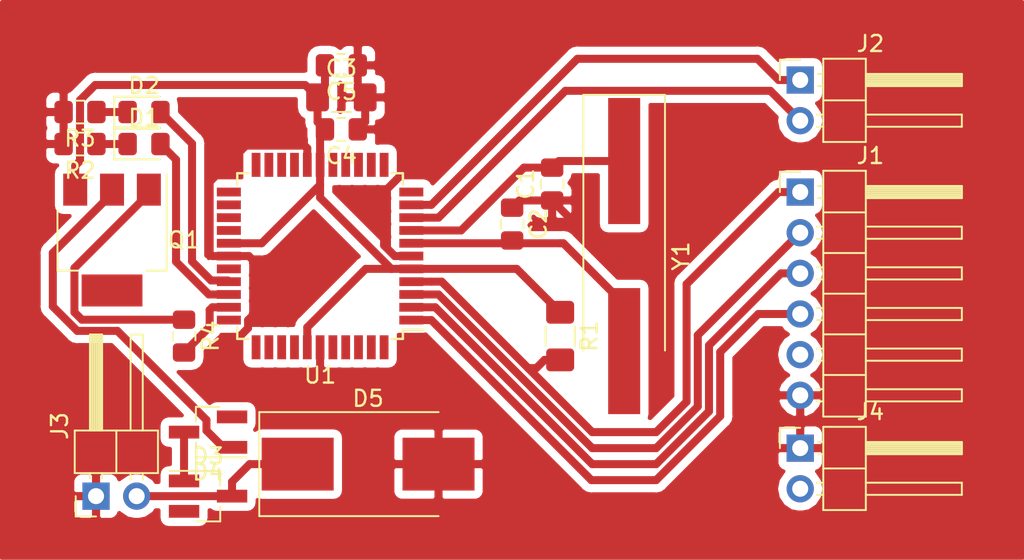
<source format=kicad_pcb>
(kicad_pcb (version 20171130) (host pcbnew "(5.0.2)-1")

  (general
    (thickness 1.6)
    (drawings 4)
    (tracks 137)
    (zones 0)
    (modules 21)
    (nets 49)
  )

  (page A4)
  (layers
    (0 F.Cu signal)
    (31 B.Cu signal)
    (32 B.Adhes user)
    (33 F.Adhes user)
    (34 B.Paste user)
    (35 F.Paste user)
    (36 B.SilkS user)
    (37 F.SilkS user)
    (38 B.Mask user)
    (39 F.Mask user)
    (40 Dwgs.User user)
    (41 Cmts.User user)
    (42 Eco1.User user)
    (43 Eco2.User user)
    (44 Edge.Cuts user)
    (45 Margin user)
    (46 B.CrtYd user)
    (47 F.CrtYd user)
    (48 B.Fab user)
    (49 F.Fab user)
  )

  (setup
    (last_trace_width 0.25)
    (trace_clearance 0.2)
    (zone_clearance 0.508)
    (zone_45_only no)
    (trace_min 0.2)
    (segment_width 0.2)
    (edge_width 0.1)
    (via_size 0.8)
    (via_drill 0.4)
    (via_min_size 0.4)
    (via_min_drill 0.3)
    (uvia_size 0.3)
    (uvia_drill 0.1)
    (uvias_allowed no)
    (uvia_min_size 0.2)
    (uvia_min_drill 0.1)
    (pcb_text_width 0.3)
    (pcb_text_size 1.5 1.5)
    (mod_edge_width 0.15)
    (mod_text_size 1 1)
    (mod_text_width 0.15)
    (pad_size 1.5 1.5)
    (pad_drill 0.6)
    (pad_to_mask_clearance 0)
    (solder_mask_min_width 0.25)
    (aux_axis_origin 0 0)
    (visible_elements 7FFFFFFF)
    (pcbplotparams
      (layerselection 0x010fc_ffffffff)
      (usegerberextensions false)
      (usegerberattributes false)
      (usegerberadvancedattributes false)
      (creategerberjobfile false)
      (excludeedgelayer true)
      (linewidth 0.100000)
      (plotframeref false)
      (viasonmask false)
      (mode 1)
      (useauxorigin false)
      (hpglpennumber 1)
      (hpglpenspeed 20)
      (hpglpendiameter 15.000000)
      (psnegative false)
      (psa4output false)
      (plotreference true)
      (plotvalue true)
      (plotinvisibletext false)
      (padsonsilk false)
      (subtractmaskfromsilk false)
      (outputformat 1)
      (mirror false)
      (drillshape 1)
      (scaleselection 1)
      (outputdirectory ""))
  )

  (net 0 "")
  (net 1 "Net-(C1-Pad2)")
  (net 2 GND)
  (net 3 "Net-(C2-Pad2)")
  (net 4 VCC)
  (net 5 "Net-(D1-Pad2)")
  (net 6 "Net-(D1-Pad1)")
  (net 7 "Net-(D2-Pad1)")
  (net 8 "Net-(D2-Pad2)")
  (net 9 "Net-(D3-Pad1)")
  (net 10 "Net-(D3-Pad2)")
  (net 11 /M+)
  (net 12 "Net-(D4-Pad2)")
  (net 13 "Net-(D4-Pad1)")
  (net 14 /~RESET)
  (net 15 "Net-(J1-Pad2)")
  (net 16 "Net-(J1-Pad3)")
  (net 17 "Net-(J1-Pad4)")
  (net 18 /+5V_USBasp)
  (net 19 "Net-(J2-Pad2)")
  (net 20 "Net-(J2-Pad1)")
  (net 21 +BATT)
  (net 22 "Net-(Q1-Pad1)")
  (net 23 "Net-(R4-Pad2)")
  (net 24 "Net-(U1-Pad11)")
  (net 25 "Net-(SW3-Pad1)")
  (net 26 "Net-(U1-Pad13)")
  (net 27 "Net-(U1-Pad14)")
  (net 28 "Net-(U1-Pad15)")
  (net 29 "Net-(U1-Pad16)")
  (net 30 "Net-(U1-Pad19)")
  (net 31 "Net-(U1-Pad20)")
  (net 32 "Net-(U1-Pad21)")
  (net 33 "Net-(U1-Pad22)")
  (net 34 "Net-(U1-Pad23)")
  (net 35 "Net-(U1-Pad24)")
  (net 36 "Net-(U1-Pad25)")
  (net 37 "Net-(U1-Pad26)")
  (net 38 "Net-(U1-Pad29)")
  (net 39 "Net-(U1-Pad33)")
  (net 40 "Net-(U1-Pad34)")
  (net 41 "Net-(U1-Pad35)")
  (net 42 "Net-(U1-Pad36)")
  (net 43 "Net-(U1-Pad37)")
  (net 44 "Net-(U1-Pad40)")
  (net 45 "Net-(U1-Pad41)")
  (net 46 "Net-(U1-Pad42)")
  (net 47 "Net-(U1-Pad43)")
  (net 48 "Net-(U1-Pad44)")

  (net_class Default "To jest domyślna klasa połączeń."
    (clearance 0.2)
    (trace_width 0.25)
    (via_dia 0.8)
    (via_drill 0.4)
    (uvia_dia 0.3)
    (uvia_drill 0.1)
    (add_net +BATT)
    (add_net /+5V_USBasp)
    (add_net /M+)
    (add_net /~RESET)
    (add_net GND)
    (add_net "Net-(C1-Pad2)")
    (add_net "Net-(C2-Pad2)")
    (add_net "Net-(D1-Pad1)")
    (add_net "Net-(D1-Pad2)")
    (add_net "Net-(D2-Pad1)")
    (add_net "Net-(D2-Pad2)")
    (add_net "Net-(D3-Pad1)")
    (add_net "Net-(D3-Pad2)")
    (add_net "Net-(D4-Pad1)")
    (add_net "Net-(D4-Pad2)")
    (add_net "Net-(J1-Pad2)")
    (add_net "Net-(J1-Pad3)")
    (add_net "Net-(J1-Pad4)")
    (add_net "Net-(J2-Pad1)")
    (add_net "Net-(J2-Pad2)")
    (add_net "Net-(Q1-Pad1)")
    (add_net "Net-(R4-Pad2)")
    (add_net "Net-(SW3-Pad1)")
    (add_net "Net-(U1-Pad11)")
    (add_net "Net-(U1-Pad13)")
    (add_net "Net-(U1-Pad14)")
    (add_net "Net-(U1-Pad15)")
    (add_net "Net-(U1-Pad16)")
    (add_net "Net-(U1-Pad19)")
    (add_net "Net-(U1-Pad20)")
    (add_net "Net-(U1-Pad21)")
    (add_net "Net-(U1-Pad22)")
    (add_net "Net-(U1-Pad23)")
    (add_net "Net-(U1-Pad24)")
    (add_net "Net-(U1-Pad25)")
    (add_net "Net-(U1-Pad26)")
    (add_net "Net-(U1-Pad29)")
    (add_net "Net-(U1-Pad33)")
    (add_net "Net-(U1-Pad34)")
    (add_net "Net-(U1-Pad35)")
    (add_net "Net-(U1-Pad36)")
    (add_net "Net-(U1-Pad37)")
    (add_net "Net-(U1-Pad40)")
    (add_net "Net-(U1-Pad41)")
    (add_net "Net-(U1-Pad42)")
    (add_net "Net-(U1-Pad43)")
    (add_net "Net-(U1-Pad44)")
    (add_net VCC)
  )

  (module Resistor_SMD:R_0805_2012Metric_Pad1.15x1.40mm_HandSolder (layer F.Cu) (tedit 5B36C52B) (tstamp 5CED8E67)
    (at 131.5 68.5 90)
    (descr "Resistor SMD 0805 (2012 Metric), square (rectangular) end terminal, IPC_7351 nominal with elongated pad for handsoldering. (Body size source: https://docs.google.com/spreadsheets/d/1BsfQQcO9C6DZCsRaXUlFlo91Tg2WpOkGARC1WS5S8t0/edit?usp=sharing), generated with kicad-footprint-generator")
    (tags "resistor handsolder")
    (path /5C46250B)
    (attr smd)
    (fp_text reference C1 (at 0 -1.65 90) (layer F.SilkS)
      (effects (font (size 1 1) (thickness 0.15)))
    )
    (fp_text value 22p (at 0 1.65 90) (layer F.Fab)
      (effects (font (size 1 1) (thickness 0.15)))
    )
    (fp_text user %R (at 0 0 90) (layer F.Fab)
      (effects (font (size 0.5 0.5) (thickness 0.08)))
    )
    (fp_line (start 1.85 0.95) (end -1.85 0.95) (layer F.CrtYd) (width 0.05))
    (fp_line (start 1.85 -0.95) (end 1.85 0.95) (layer F.CrtYd) (width 0.05))
    (fp_line (start -1.85 -0.95) (end 1.85 -0.95) (layer F.CrtYd) (width 0.05))
    (fp_line (start -1.85 0.95) (end -1.85 -0.95) (layer F.CrtYd) (width 0.05))
    (fp_line (start -0.261252 0.71) (end 0.261252 0.71) (layer F.SilkS) (width 0.12))
    (fp_line (start -0.261252 -0.71) (end 0.261252 -0.71) (layer F.SilkS) (width 0.12))
    (fp_line (start 1 0.6) (end -1 0.6) (layer F.Fab) (width 0.1))
    (fp_line (start 1 -0.6) (end 1 0.6) (layer F.Fab) (width 0.1))
    (fp_line (start -1 -0.6) (end 1 -0.6) (layer F.Fab) (width 0.1))
    (fp_line (start -1 0.6) (end -1 -0.6) (layer F.Fab) (width 0.1))
    (pad 2 smd roundrect (at 1.025 0 90) (size 1.15 1.4) (layers F.Cu F.Paste F.Mask) (roundrect_rratio 0.217391)
      (net 1 "Net-(C1-Pad2)"))
    (pad 1 smd roundrect (at -1.025 0 90) (size 1.15 1.4) (layers F.Cu F.Paste F.Mask) (roundrect_rratio 0.217391)
      (net 2 GND))
    (model ${KISYS3DMOD}/Resistor_SMD.3dshapes/R_0805_2012Metric.wrl
      (at (xyz 0 0 0))
      (scale (xyz 1 1 1))
      (rotate (xyz 0 0 0))
    )
  )

  (module Resistor_SMD:R_0805_2012Metric_Pad1.15x1.40mm_HandSolder (layer F.Cu) (tedit 5B36C52B) (tstamp 5CED8D05)
    (at 129 71 270)
    (descr "Resistor SMD 0805 (2012 Metric), square (rectangular) end terminal, IPC_7351 nominal with elongated pad for handsoldering. (Body size source: https://docs.google.com/spreadsheets/d/1BsfQQcO9C6DZCsRaXUlFlo91Tg2WpOkGARC1WS5S8t0/edit?usp=sharing), generated with kicad-footprint-generator")
    (tags "resistor handsolder")
    (path /5C4625EF)
    (attr smd)
    (fp_text reference C2 (at 0 -1.65 270) (layer F.SilkS)
      (effects (font (size 1 1) (thickness 0.15)))
    )
    (fp_text value 22p (at 0 1.65 270) (layer F.Fab)
      (effects (font (size 1 1) (thickness 0.15)))
    )
    (fp_line (start -1 0.6) (end -1 -0.6) (layer F.Fab) (width 0.1))
    (fp_line (start -1 -0.6) (end 1 -0.6) (layer F.Fab) (width 0.1))
    (fp_line (start 1 -0.6) (end 1 0.6) (layer F.Fab) (width 0.1))
    (fp_line (start 1 0.6) (end -1 0.6) (layer F.Fab) (width 0.1))
    (fp_line (start -0.261252 -0.71) (end 0.261252 -0.71) (layer F.SilkS) (width 0.12))
    (fp_line (start -0.261252 0.71) (end 0.261252 0.71) (layer F.SilkS) (width 0.12))
    (fp_line (start -1.85 0.95) (end -1.85 -0.95) (layer F.CrtYd) (width 0.05))
    (fp_line (start -1.85 -0.95) (end 1.85 -0.95) (layer F.CrtYd) (width 0.05))
    (fp_line (start 1.85 -0.95) (end 1.85 0.95) (layer F.CrtYd) (width 0.05))
    (fp_line (start 1.85 0.95) (end -1.85 0.95) (layer F.CrtYd) (width 0.05))
    (fp_text user %R (at 0 0 270) (layer F.Fab)
      (effects (font (size 0.5 0.5) (thickness 0.08)))
    )
    (pad 1 smd roundrect (at -1.025 0 270) (size 1.15 1.4) (layers F.Cu F.Paste F.Mask) (roundrect_rratio 0.217391)
      (net 2 GND))
    (pad 2 smd roundrect (at 1.025 0 270) (size 1.15 1.4) (layers F.Cu F.Paste F.Mask) (roundrect_rratio 0.217391)
      (net 3 "Net-(C2-Pad2)"))
    (model ${KISYS3DMOD}/Resistor_SMD.3dshapes/R_0805_2012Metric.wrl
      (at (xyz 0 0 0))
      (scale (xyz 1 1 1))
      (rotate (xyz 0 0 0))
    )
  )

  (module Resistor_SMD:R_1206_3216Metric_Pad1.42x1.75mm_HandSolder (layer F.Cu) (tedit 5B301BBD) (tstamp 5CED7AA9)
    (at 118.329923 63.083146)
    (descr "Resistor SMD 1206 (3216 Metric), square (rectangular) end terminal, IPC_7351 nominal with elongated pad for handsoldering. (Body size source: http://www.tortai-tech.com/upload/download/2011102023233369053.pdf), generated with kicad-footprint-generator")
    (tags "resistor handsolder")
    (path /5C4649B7)
    (attr smd)
    (fp_text reference C3 (at 0 -1.82) (layer F.SilkS)
      (effects (font (size 1 1) (thickness 0.15)))
    )
    (fp_text value 22u (at 0 1.82) (layer F.Fab)
      (effects (font (size 1 1) (thickness 0.15)))
    )
    (fp_text user %R (at 0 0) (layer F.Fab)
      (effects (font (size 0.8 0.8) (thickness 0.12)))
    )
    (fp_line (start 2.45 1.12) (end -2.45 1.12) (layer F.CrtYd) (width 0.05))
    (fp_line (start 2.45 -1.12) (end 2.45 1.12) (layer F.CrtYd) (width 0.05))
    (fp_line (start -2.45 -1.12) (end 2.45 -1.12) (layer F.CrtYd) (width 0.05))
    (fp_line (start -2.45 1.12) (end -2.45 -1.12) (layer F.CrtYd) (width 0.05))
    (fp_line (start -0.602064 0.91) (end 0.602064 0.91) (layer F.SilkS) (width 0.12))
    (fp_line (start -0.602064 -0.91) (end 0.602064 -0.91) (layer F.SilkS) (width 0.12))
    (fp_line (start 1.6 0.8) (end -1.6 0.8) (layer F.Fab) (width 0.1))
    (fp_line (start 1.6 -0.8) (end 1.6 0.8) (layer F.Fab) (width 0.1))
    (fp_line (start -1.6 -0.8) (end 1.6 -0.8) (layer F.Fab) (width 0.1))
    (fp_line (start -1.6 0.8) (end -1.6 -0.8) (layer F.Fab) (width 0.1))
    (pad 2 smd roundrect (at 1.4875 0) (size 1.425 1.75) (layers F.Cu F.Paste F.Mask) (roundrect_rratio 0.175439)
      (net 2 GND))
    (pad 1 smd roundrect (at -1.4875 0) (size 1.425 1.75) (layers F.Cu F.Paste F.Mask) (roundrect_rratio 0.175439)
      (net 4 VCC))
    (model ${KISYS3DMOD}/Resistor_SMD.3dshapes/R_1206_3216Metric.wrl
      (at (xyz 0 0 0))
      (scale (xyz 1 1 1))
      (rotate (xyz 0 0 0))
    )
  )

  (module Resistor_SMD:R_0805_2012Metric_Pad1.15x1.40mm_HandSolder (layer F.Cu) (tedit 5B36C52B) (tstamp 5CED8D35)
    (at 118.329923 65.083146 180)
    (descr "Resistor SMD 0805 (2012 Metric), square (rectangular) end terminal, IPC_7351 nominal with elongated pad for handsoldering. (Body size source: https://docs.google.com/spreadsheets/d/1BsfQQcO9C6DZCsRaXUlFlo91Tg2WpOkGARC1WS5S8t0/edit?usp=sharing), generated with kicad-footprint-generator")
    (tags "resistor handsolder")
    (path /5C4636FC)
    (attr smd)
    (fp_text reference C4 (at 0 -1.65 180) (layer F.SilkS)
      (effects (font (size 1 1) (thickness 0.15)))
    )
    (fp_text value 100n (at 0 1.65 180) (layer F.Fab)
      (effects (font (size 1 1) (thickness 0.15)))
    )
    (fp_text user %R (at 0 0 180) (layer F.Fab)
      (effects (font (size 0.5 0.5) (thickness 0.08)))
    )
    (fp_line (start 1.85 0.95) (end -1.85 0.95) (layer F.CrtYd) (width 0.05))
    (fp_line (start 1.85 -0.95) (end 1.85 0.95) (layer F.CrtYd) (width 0.05))
    (fp_line (start -1.85 -0.95) (end 1.85 -0.95) (layer F.CrtYd) (width 0.05))
    (fp_line (start -1.85 0.95) (end -1.85 -0.95) (layer F.CrtYd) (width 0.05))
    (fp_line (start -0.261252 0.71) (end 0.261252 0.71) (layer F.SilkS) (width 0.12))
    (fp_line (start -0.261252 -0.71) (end 0.261252 -0.71) (layer F.SilkS) (width 0.12))
    (fp_line (start 1 0.6) (end -1 0.6) (layer F.Fab) (width 0.1))
    (fp_line (start 1 -0.6) (end 1 0.6) (layer F.Fab) (width 0.1))
    (fp_line (start -1 -0.6) (end 1 -0.6) (layer F.Fab) (width 0.1))
    (fp_line (start -1 0.6) (end -1 -0.6) (layer F.Fab) (width 0.1))
    (pad 2 smd roundrect (at 1.025 0 180) (size 1.15 1.4) (layers F.Cu F.Paste F.Mask) (roundrect_rratio 0.217391)
      (net 4 VCC))
    (pad 1 smd roundrect (at -1.025 0 180) (size 1.15 1.4) (layers F.Cu F.Paste F.Mask) (roundrect_rratio 0.217391)
      (net 2 GND))
    (model ${KISYS3DMOD}/Resistor_SMD.3dshapes/R_0805_2012Metric.wrl
      (at (xyz 0 0 0))
      (scale (xyz 1 1 1))
      (rotate (xyz 0 0 0))
    )
  )

  (module Resistor_SMD:R_0805_2012Metric_Pad1.15x1.40mm_HandSolder (layer F.Cu) (tedit 5B36C52B) (tstamp 5CED8DA1)
    (at 118.329923 61.083146 180)
    (descr "Resistor SMD 0805 (2012 Metric), square (rectangular) end terminal, IPC_7351 nominal with elongated pad for handsoldering. (Body size source: https://docs.google.com/spreadsheets/d/1BsfQQcO9C6DZCsRaXUlFlo91Tg2WpOkGARC1WS5S8t0/edit?usp=sharing), generated with kicad-footprint-generator")
    (tags "resistor handsolder")
    (path /5C463759)
    (attr smd)
    (fp_text reference C5 (at 0 -1.65 180) (layer F.SilkS)
      (effects (font (size 1 1) (thickness 0.15)))
    )
    (fp_text value 100n (at 0 1.65 180) (layer F.Fab)
      (effects (font (size 1 1) (thickness 0.15)))
    )
    (fp_line (start -1 0.6) (end -1 -0.6) (layer F.Fab) (width 0.1))
    (fp_line (start -1 -0.6) (end 1 -0.6) (layer F.Fab) (width 0.1))
    (fp_line (start 1 -0.6) (end 1 0.6) (layer F.Fab) (width 0.1))
    (fp_line (start 1 0.6) (end -1 0.6) (layer F.Fab) (width 0.1))
    (fp_line (start -0.261252 -0.71) (end 0.261252 -0.71) (layer F.SilkS) (width 0.12))
    (fp_line (start -0.261252 0.71) (end 0.261252 0.71) (layer F.SilkS) (width 0.12))
    (fp_line (start -1.85 0.95) (end -1.85 -0.95) (layer F.CrtYd) (width 0.05))
    (fp_line (start -1.85 -0.95) (end 1.85 -0.95) (layer F.CrtYd) (width 0.05))
    (fp_line (start 1.85 -0.95) (end 1.85 0.95) (layer F.CrtYd) (width 0.05))
    (fp_line (start 1.85 0.95) (end -1.85 0.95) (layer F.CrtYd) (width 0.05))
    (fp_text user %R (at 0 0 180) (layer F.Fab)
      (effects (font (size 0.5 0.5) (thickness 0.08)))
    )
    (pad 1 smd roundrect (at -1.025 0 180) (size 1.15 1.4) (layers F.Cu F.Paste F.Mask) (roundrect_rratio 0.217391)
      (net 2 GND))
    (pad 2 smd roundrect (at 1.025 0 180) (size 1.15 1.4) (layers F.Cu F.Paste F.Mask) (roundrect_rratio 0.217391)
      (net 4 VCC))
    (model ${KISYS3DMOD}/Resistor_SMD.3dshapes/R_0805_2012Metric.wrl
      (at (xyz 0 0 0))
      (scale (xyz 1 1 1))
      (rotate (xyz 0 0 0))
    )
  )

  (module LED_SMD:LED_0805_2012Metric_Pad1.15x1.40mm_HandSolder (layer F.Cu) (tedit 5B4B45C9) (tstamp 5CEDA57E)
    (at 106 66)
    (descr "LED SMD 0805 (2012 Metric), square (rectangular) end terminal, IPC_7351 nominal, (Body size source: https://docs.google.com/spreadsheets/d/1BsfQQcO9C6DZCsRaXUlFlo91Tg2WpOkGARC1WS5S8t0/edit?usp=sharing), generated with kicad-footprint-generator")
    (tags "LED handsolder")
    (path /5C46AD33)
    (attr smd)
    (fp_text reference D1 (at 0 -1.65) (layer F.SilkS)
      (effects (font (size 1 1) (thickness 0.15)))
    )
    (fp_text value LED (at 0 1.65) (layer F.Fab)
      (effects (font (size 1 1) (thickness 0.15)))
    )
    (fp_text user %R (at 0 0) (layer F.Fab)
      (effects (font (size 0.5 0.5) (thickness 0.08)))
    )
    (fp_line (start 1.85 0.95) (end -1.85 0.95) (layer F.CrtYd) (width 0.05))
    (fp_line (start 1.85 -0.95) (end 1.85 0.95) (layer F.CrtYd) (width 0.05))
    (fp_line (start -1.85 -0.95) (end 1.85 -0.95) (layer F.CrtYd) (width 0.05))
    (fp_line (start -1.85 0.95) (end -1.85 -0.95) (layer F.CrtYd) (width 0.05))
    (fp_line (start -1.86 0.96) (end 1 0.96) (layer F.SilkS) (width 0.12))
    (fp_line (start -1.86 -0.96) (end -1.86 0.96) (layer F.SilkS) (width 0.12))
    (fp_line (start 1 -0.96) (end -1.86 -0.96) (layer F.SilkS) (width 0.12))
    (fp_line (start 1 0.6) (end 1 -0.6) (layer F.Fab) (width 0.1))
    (fp_line (start -1 0.6) (end 1 0.6) (layer F.Fab) (width 0.1))
    (fp_line (start -1 -0.3) (end -1 0.6) (layer F.Fab) (width 0.1))
    (fp_line (start -0.7 -0.6) (end -1 -0.3) (layer F.Fab) (width 0.1))
    (fp_line (start 1 -0.6) (end -0.7 -0.6) (layer F.Fab) (width 0.1))
    (pad 2 smd roundrect (at 1.025 0) (size 1.15 1.4) (layers F.Cu F.Paste F.Mask) (roundrect_rratio 0.217391)
      (net 5 "Net-(D1-Pad2)"))
    (pad 1 smd roundrect (at -1.025 0) (size 1.15 1.4) (layers F.Cu F.Paste F.Mask) (roundrect_rratio 0.217391)
      (net 6 "Net-(D1-Pad1)"))
    (model ${KISYS3DMOD}/LED_SMD.3dshapes/LED_0805_2012Metric.wrl
      (at (xyz 0 0 0))
      (scale (xyz 1 1 1))
      (rotate (xyz 0 0 0))
    )
  )

  (module LED_SMD:LED_0805_2012Metric_Pad1.15x1.40mm_HandSolder (layer F.Cu) (tedit 5B4B45C9) (tstamp 5CED8E33)
    (at 106 64)
    (descr "LED SMD 0805 (2012 Metric), square (rectangular) end terminal, IPC_7351 nominal, (Body size source: https://docs.google.com/spreadsheets/d/1BsfQQcO9C6DZCsRaXUlFlo91Tg2WpOkGARC1WS5S8t0/edit?usp=sharing), generated with kicad-footprint-generator")
    (tags "LED handsolder")
    (path /5C46AE3D)
    (attr smd)
    (fp_text reference D2 (at 0 -1.65) (layer F.SilkS)
      (effects (font (size 1 1) (thickness 0.15)))
    )
    (fp_text value LED (at 0 1.65) (layer F.Fab)
      (effects (font (size 1 1) (thickness 0.15)))
    )
    (fp_line (start 1 -0.6) (end -0.7 -0.6) (layer F.Fab) (width 0.1))
    (fp_line (start -0.7 -0.6) (end -1 -0.3) (layer F.Fab) (width 0.1))
    (fp_line (start -1 -0.3) (end -1 0.6) (layer F.Fab) (width 0.1))
    (fp_line (start -1 0.6) (end 1 0.6) (layer F.Fab) (width 0.1))
    (fp_line (start 1 0.6) (end 1 -0.6) (layer F.Fab) (width 0.1))
    (fp_line (start 1 -0.96) (end -1.86 -0.96) (layer F.SilkS) (width 0.12))
    (fp_line (start -1.86 -0.96) (end -1.86 0.96) (layer F.SilkS) (width 0.12))
    (fp_line (start -1.86 0.96) (end 1 0.96) (layer F.SilkS) (width 0.12))
    (fp_line (start -1.85 0.95) (end -1.85 -0.95) (layer F.CrtYd) (width 0.05))
    (fp_line (start -1.85 -0.95) (end 1.85 -0.95) (layer F.CrtYd) (width 0.05))
    (fp_line (start 1.85 -0.95) (end 1.85 0.95) (layer F.CrtYd) (width 0.05))
    (fp_line (start 1.85 0.95) (end -1.85 0.95) (layer F.CrtYd) (width 0.05))
    (fp_text user %R (at 0 0) (layer F.Fab)
      (effects (font (size 0.5 0.5) (thickness 0.08)))
    )
    (pad 1 smd roundrect (at -1.025 0) (size 1.15 1.4) (layers F.Cu F.Paste F.Mask) (roundrect_rratio 0.217391)
      (net 7 "Net-(D2-Pad1)"))
    (pad 2 smd roundrect (at 1.025 0) (size 1.15 1.4) (layers F.Cu F.Paste F.Mask) (roundrect_rratio 0.217391)
      (net 8 "Net-(D2-Pad2)"))
    (model ${KISYS3DMOD}/LED_SMD.3dshapes/LED_0805_2012Metric.wrl
      (at (xyz 0 0 0))
      (scale (xyz 1 1 1))
      (rotate (xyz 0 0 0))
    )
  )

  (module Package_TO_SOT_SMD:SOT-23_Handsoldering (layer F.Cu) (tedit 5A0AB76C) (tstamp 5CED8D69)
    (at 110 88)
    (descr "SOT-23, Handsoldering")
    (tags SOT-23)
    (path /5C472630)
    (attr smd)
    (fp_text reference D3 (at 0 -2.5) (layer F.SilkS)
      (effects (font (size 1 1) (thickness 0.15)))
    )
    (fp_text value D_Schottky (at 0 2.5) (layer F.Fab)
      (effects (font (size 1 1) (thickness 0.15)))
    )
    (fp_text user %R (at 0 0 90) (layer F.Fab)
      (effects (font (size 0.5 0.5) (thickness 0.075)))
    )
    (fp_line (start 0.76 1.58) (end 0.76 0.65) (layer F.SilkS) (width 0.12))
    (fp_line (start 0.76 -1.58) (end 0.76 -0.65) (layer F.SilkS) (width 0.12))
    (fp_line (start -2.7 -1.75) (end 2.7 -1.75) (layer F.CrtYd) (width 0.05))
    (fp_line (start 2.7 -1.75) (end 2.7 1.75) (layer F.CrtYd) (width 0.05))
    (fp_line (start 2.7 1.75) (end -2.7 1.75) (layer F.CrtYd) (width 0.05))
    (fp_line (start -2.7 1.75) (end -2.7 -1.75) (layer F.CrtYd) (width 0.05))
    (fp_line (start 0.76 -1.58) (end -2.4 -1.58) (layer F.SilkS) (width 0.12))
    (fp_line (start -0.7 -0.95) (end -0.7 1.5) (layer F.Fab) (width 0.1))
    (fp_line (start -0.15 -1.52) (end 0.7 -1.52) (layer F.Fab) (width 0.1))
    (fp_line (start -0.7 -0.95) (end -0.15 -1.52) (layer F.Fab) (width 0.1))
    (fp_line (start 0.7 -1.52) (end 0.7 1.52) (layer F.Fab) (width 0.1))
    (fp_line (start -0.7 1.52) (end 0.7 1.52) (layer F.Fab) (width 0.1))
    (fp_line (start 0.76 1.58) (end -0.7 1.58) (layer F.SilkS) (width 0.12))
    (pad 1 smd rect (at -1.5 -0.95) (size 1.9 0.8) (layers F.Cu F.Paste F.Mask)
      (net 9 "Net-(D3-Pad1)"))
    (pad 2 smd rect (at -1.5 0.95) (size 1.9 0.8) (layers F.Cu F.Paste F.Mask)
      (net 10 "Net-(D3-Pad2)"))
    (pad 3 smd rect (at 1.5 0) (size 1.9 0.8) (layers F.Cu F.Paste F.Mask)
      (net 11 /M+))
    (model ${KISYS3DMOD}/Package_TO_SOT_SMD.3dshapes/SOT-23.wrl
      (at (xyz 0 0 0))
      (scale (xyz 1 1 1))
      (rotate (xyz 0 0 0))
    )
  )

  (module Package_TO_SOT_SMD:SOT-23_Handsoldering (layer F.Cu) (tedit 5A0AB76C) (tstamp 5CED7B1B)
    (at 110 84 180)
    (descr "SOT-23, Handsoldering")
    (tags SOT-23)
    (path /5C473502)
    (attr smd)
    (fp_text reference D4 (at 0 -2.5 180) (layer F.SilkS)
      (effects (font (size 1 1) (thickness 0.15)))
    )
    (fp_text value D_Schottky (at 0 2.5 180) (layer F.Fab)
      (effects (font (size 1 1) (thickness 0.15)))
    )
    (fp_line (start 0.76 1.58) (end -0.7 1.58) (layer F.SilkS) (width 0.12))
    (fp_line (start -0.7 1.52) (end 0.7 1.52) (layer F.Fab) (width 0.1))
    (fp_line (start 0.7 -1.52) (end 0.7 1.52) (layer F.Fab) (width 0.1))
    (fp_line (start -0.7 -0.95) (end -0.15 -1.52) (layer F.Fab) (width 0.1))
    (fp_line (start -0.15 -1.52) (end 0.7 -1.52) (layer F.Fab) (width 0.1))
    (fp_line (start -0.7 -0.95) (end -0.7 1.5) (layer F.Fab) (width 0.1))
    (fp_line (start 0.76 -1.58) (end -2.4 -1.58) (layer F.SilkS) (width 0.12))
    (fp_line (start -2.7 1.75) (end -2.7 -1.75) (layer F.CrtYd) (width 0.05))
    (fp_line (start 2.7 1.75) (end -2.7 1.75) (layer F.CrtYd) (width 0.05))
    (fp_line (start 2.7 -1.75) (end 2.7 1.75) (layer F.CrtYd) (width 0.05))
    (fp_line (start -2.7 -1.75) (end 2.7 -1.75) (layer F.CrtYd) (width 0.05))
    (fp_line (start 0.76 -1.58) (end 0.76 -0.65) (layer F.SilkS) (width 0.12))
    (fp_line (start 0.76 1.58) (end 0.76 0.65) (layer F.SilkS) (width 0.12))
    (fp_text user %R (at 0 0 270) (layer F.Fab)
      (effects (font (size 0.5 0.5) (thickness 0.075)))
    )
    (pad 3 smd rect (at 1.5 0 180) (size 1.9 0.8) (layers F.Cu F.Paste F.Mask)
      (net 9 "Net-(D3-Pad1)"))
    (pad 2 smd rect (at -1.5 0.95 180) (size 1.9 0.8) (layers F.Cu F.Paste F.Mask)
      (net 12 "Net-(D4-Pad2)"))
    (pad 1 smd rect (at -1.5 -0.95 180) (size 1.9 0.8) (layers F.Cu F.Paste F.Mask)
      (net 13 "Net-(D4-Pad1)"))
    (model ${KISYS3DMOD}/Package_TO_SOT_SMD.3dshapes/SOT-23.wrl
      (at (xyz 0 0 0))
      (scale (xyz 1 1 1))
      (rotate (xyz 0 0 0))
    )
  )

  (module Diode_SMD:D_SMC_Handsoldering (layer F.Cu) (tedit 58642B03) (tstamp 5CED7B33)
    (at 120 86)
    (descr "Diode SMC (DO-214AB) Handsoldering")
    (tags "Diode SMC (DO-214AB) Handsoldering")
    (path /5C474305)
    (attr smd)
    (fp_text reference D5 (at 0 -4.1) (layer F.SilkS)
      (effects (font (size 1 1) (thickness 0.15)))
    )
    (fp_text value D (at 0 4.2) (layer F.Fab)
      (effects (font (size 1 1) (thickness 0.15)))
    )
    (fp_text user %R (at 0 -1.5) (layer F.Fab)
      (effects (font (size 1 1) (thickness 0.15)))
    )
    (fp_line (start -6.8 3.25) (end -6.8 -3.25) (layer F.SilkS) (width 0.12))
    (fp_line (start 3.55 3.1) (end -3.55 3.1) (layer F.Fab) (width 0.1))
    (fp_line (start -3.55 3.1) (end -3.55 -3.1) (layer F.Fab) (width 0.1))
    (fp_line (start 3.55 -3.1) (end 3.55 3.1) (layer F.Fab) (width 0.1))
    (fp_line (start 3.55 -3.1) (end -3.55 -3.1) (layer F.Fab) (width 0.1))
    (fp_line (start -6.9 -3.35) (end 6.9 -3.35) (layer F.CrtYd) (width 0.05))
    (fp_line (start 6.9 -3.35) (end 6.9 3.35) (layer F.CrtYd) (width 0.05))
    (fp_line (start 6.9 3.35) (end -6.9 3.35) (layer F.CrtYd) (width 0.05))
    (fp_line (start -6.9 3.35) (end -6.9 -3.35) (layer F.CrtYd) (width 0.05))
    (fp_line (start -0.64944 0.00102) (end -1.55114 0.00102) (layer F.Fab) (width 0.1))
    (fp_line (start 0.50118 0.00102) (end 1.4994 0.00102) (layer F.Fab) (width 0.1))
    (fp_line (start -0.64944 -0.79908) (end -0.64944 0.80112) (layer F.Fab) (width 0.1))
    (fp_line (start 0.50118 0.75032) (end 0.50118 -0.79908) (layer F.Fab) (width 0.1))
    (fp_line (start -0.64944 0.00102) (end 0.50118 0.75032) (layer F.Fab) (width 0.1))
    (fp_line (start -0.64944 0.00102) (end 0.50118 -0.79908) (layer F.Fab) (width 0.1))
    (fp_line (start -6.8 3.25) (end 4.4 3.25) (layer F.SilkS) (width 0.12))
    (fp_line (start -6.8 -3.25) (end 4.4 -3.25) (layer F.SilkS) (width 0.12))
    (pad 1 smd rect (at -4.4 0 90) (size 3.3 4.5) (layers F.Cu F.Paste F.Mask)
      (net 11 /M+))
    (pad 2 smd rect (at 4.4 0 90) (size 3.3 4.5) (layers F.Cu F.Paste F.Mask)
      (net 2 GND))
    (model ${KISYS3DMOD}/Diode_SMD.3dshapes/D_SMC.wrl
      (at (xyz 0 0 0))
      (scale (xyz 1 1 1))
      (rotate (xyz 0 0 0))
    )
  )

  (module Connector_PinHeader_2.54mm:PinHeader_1x06_P2.54mm_Horizontal (layer F.Cu) (tedit 59FED5CB) (tstamp 5CED7B9A)
    (at 147 69)
    (descr "Through hole angled pin header, 1x06, 2.54mm pitch, 6mm pin length, single row")
    (tags "Through hole angled pin header THT 1x06 2.54mm single row")
    (path /5C46621E)
    (fp_text reference J1 (at 4.385 -2.27) (layer F.SilkS)
      (effects (font (size 1 1) (thickness 0.15)))
    )
    (fp_text value "goldpin 1x6" (at 4.385 14.97) (layer F.Fab)
      (effects (font (size 1 1) (thickness 0.15)))
    )
    (fp_line (start 2.135 -1.27) (end 4.04 -1.27) (layer F.Fab) (width 0.1))
    (fp_line (start 4.04 -1.27) (end 4.04 13.97) (layer F.Fab) (width 0.1))
    (fp_line (start 4.04 13.97) (end 1.5 13.97) (layer F.Fab) (width 0.1))
    (fp_line (start 1.5 13.97) (end 1.5 -0.635) (layer F.Fab) (width 0.1))
    (fp_line (start 1.5 -0.635) (end 2.135 -1.27) (layer F.Fab) (width 0.1))
    (fp_line (start -0.32 -0.32) (end 1.5 -0.32) (layer F.Fab) (width 0.1))
    (fp_line (start -0.32 -0.32) (end -0.32 0.32) (layer F.Fab) (width 0.1))
    (fp_line (start -0.32 0.32) (end 1.5 0.32) (layer F.Fab) (width 0.1))
    (fp_line (start 4.04 -0.32) (end 10.04 -0.32) (layer F.Fab) (width 0.1))
    (fp_line (start 10.04 -0.32) (end 10.04 0.32) (layer F.Fab) (width 0.1))
    (fp_line (start 4.04 0.32) (end 10.04 0.32) (layer F.Fab) (width 0.1))
    (fp_line (start -0.32 2.22) (end 1.5 2.22) (layer F.Fab) (width 0.1))
    (fp_line (start -0.32 2.22) (end -0.32 2.86) (layer F.Fab) (width 0.1))
    (fp_line (start -0.32 2.86) (end 1.5 2.86) (layer F.Fab) (width 0.1))
    (fp_line (start 4.04 2.22) (end 10.04 2.22) (layer F.Fab) (width 0.1))
    (fp_line (start 10.04 2.22) (end 10.04 2.86) (layer F.Fab) (width 0.1))
    (fp_line (start 4.04 2.86) (end 10.04 2.86) (layer F.Fab) (width 0.1))
    (fp_line (start -0.32 4.76) (end 1.5 4.76) (layer F.Fab) (width 0.1))
    (fp_line (start -0.32 4.76) (end -0.32 5.4) (layer F.Fab) (width 0.1))
    (fp_line (start -0.32 5.4) (end 1.5 5.4) (layer F.Fab) (width 0.1))
    (fp_line (start 4.04 4.76) (end 10.04 4.76) (layer F.Fab) (width 0.1))
    (fp_line (start 10.04 4.76) (end 10.04 5.4) (layer F.Fab) (width 0.1))
    (fp_line (start 4.04 5.4) (end 10.04 5.4) (layer F.Fab) (width 0.1))
    (fp_line (start -0.32 7.3) (end 1.5 7.3) (layer F.Fab) (width 0.1))
    (fp_line (start -0.32 7.3) (end -0.32 7.94) (layer F.Fab) (width 0.1))
    (fp_line (start -0.32 7.94) (end 1.5 7.94) (layer F.Fab) (width 0.1))
    (fp_line (start 4.04 7.3) (end 10.04 7.3) (layer F.Fab) (width 0.1))
    (fp_line (start 10.04 7.3) (end 10.04 7.94) (layer F.Fab) (width 0.1))
    (fp_line (start 4.04 7.94) (end 10.04 7.94) (layer F.Fab) (width 0.1))
    (fp_line (start -0.32 9.84) (end 1.5 9.84) (layer F.Fab) (width 0.1))
    (fp_line (start -0.32 9.84) (end -0.32 10.48) (layer F.Fab) (width 0.1))
    (fp_line (start -0.32 10.48) (end 1.5 10.48) (layer F.Fab) (width 0.1))
    (fp_line (start 4.04 9.84) (end 10.04 9.84) (layer F.Fab) (width 0.1))
    (fp_line (start 10.04 9.84) (end 10.04 10.48) (layer F.Fab) (width 0.1))
    (fp_line (start 4.04 10.48) (end 10.04 10.48) (layer F.Fab) (width 0.1))
    (fp_line (start -0.32 12.38) (end 1.5 12.38) (layer F.Fab) (width 0.1))
    (fp_line (start -0.32 12.38) (end -0.32 13.02) (layer F.Fab) (width 0.1))
    (fp_line (start -0.32 13.02) (end 1.5 13.02) (layer F.Fab) (width 0.1))
    (fp_line (start 4.04 12.38) (end 10.04 12.38) (layer F.Fab) (width 0.1))
    (fp_line (start 10.04 12.38) (end 10.04 13.02) (layer F.Fab) (width 0.1))
    (fp_line (start 4.04 13.02) (end 10.04 13.02) (layer F.Fab) (width 0.1))
    (fp_line (start 1.44 -1.33) (end 1.44 14.03) (layer F.SilkS) (width 0.12))
    (fp_line (start 1.44 14.03) (end 4.1 14.03) (layer F.SilkS) (width 0.12))
    (fp_line (start 4.1 14.03) (end 4.1 -1.33) (layer F.SilkS) (width 0.12))
    (fp_line (start 4.1 -1.33) (end 1.44 -1.33) (layer F.SilkS) (width 0.12))
    (fp_line (start 4.1 -0.38) (end 10.1 -0.38) (layer F.SilkS) (width 0.12))
    (fp_line (start 10.1 -0.38) (end 10.1 0.38) (layer F.SilkS) (width 0.12))
    (fp_line (start 10.1 0.38) (end 4.1 0.38) (layer F.SilkS) (width 0.12))
    (fp_line (start 4.1 -0.32) (end 10.1 -0.32) (layer F.SilkS) (width 0.12))
    (fp_line (start 4.1 -0.2) (end 10.1 -0.2) (layer F.SilkS) (width 0.12))
    (fp_line (start 4.1 -0.08) (end 10.1 -0.08) (layer F.SilkS) (width 0.12))
    (fp_line (start 4.1 0.04) (end 10.1 0.04) (layer F.SilkS) (width 0.12))
    (fp_line (start 4.1 0.16) (end 10.1 0.16) (layer F.SilkS) (width 0.12))
    (fp_line (start 4.1 0.28) (end 10.1 0.28) (layer F.SilkS) (width 0.12))
    (fp_line (start 1.11 -0.38) (end 1.44 -0.38) (layer F.SilkS) (width 0.12))
    (fp_line (start 1.11 0.38) (end 1.44 0.38) (layer F.SilkS) (width 0.12))
    (fp_line (start 1.44 1.27) (end 4.1 1.27) (layer F.SilkS) (width 0.12))
    (fp_line (start 4.1 2.16) (end 10.1 2.16) (layer F.SilkS) (width 0.12))
    (fp_line (start 10.1 2.16) (end 10.1 2.92) (layer F.SilkS) (width 0.12))
    (fp_line (start 10.1 2.92) (end 4.1 2.92) (layer F.SilkS) (width 0.12))
    (fp_line (start 1.042929 2.16) (end 1.44 2.16) (layer F.SilkS) (width 0.12))
    (fp_line (start 1.042929 2.92) (end 1.44 2.92) (layer F.SilkS) (width 0.12))
    (fp_line (start 1.44 3.81) (end 4.1 3.81) (layer F.SilkS) (width 0.12))
    (fp_line (start 4.1 4.7) (end 10.1 4.7) (layer F.SilkS) (width 0.12))
    (fp_line (start 10.1 4.7) (end 10.1 5.46) (layer F.SilkS) (width 0.12))
    (fp_line (start 10.1 5.46) (end 4.1 5.46) (layer F.SilkS) (width 0.12))
    (fp_line (start 1.042929 4.7) (end 1.44 4.7) (layer F.SilkS) (width 0.12))
    (fp_line (start 1.042929 5.46) (end 1.44 5.46) (layer F.SilkS) (width 0.12))
    (fp_line (start 1.44 6.35) (end 4.1 6.35) (layer F.SilkS) (width 0.12))
    (fp_line (start 4.1 7.24) (end 10.1 7.24) (layer F.SilkS) (width 0.12))
    (fp_line (start 10.1 7.24) (end 10.1 8) (layer F.SilkS) (width 0.12))
    (fp_line (start 10.1 8) (end 4.1 8) (layer F.SilkS) (width 0.12))
    (fp_line (start 1.042929 7.24) (end 1.44 7.24) (layer F.SilkS) (width 0.12))
    (fp_line (start 1.042929 8) (end 1.44 8) (layer F.SilkS) (width 0.12))
    (fp_line (start 1.44 8.89) (end 4.1 8.89) (layer F.SilkS) (width 0.12))
    (fp_line (start 4.1 9.78) (end 10.1 9.78) (layer F.SilkS) (width 0.12))
    (fp_line (start 10.1 9.78) (end 10.1 10.54) (layer F.SilkS) (width 0.12))
    (fp_line (start 10.1 10.54) (end 4.1 10.54) (layer F.SilkS) (width 0.12))
    (fp_line (start 1.042929 9.78) (end 1.44 9.78) (layer F.SilkS) (width 0.12))
    (fp_line (start 1.042929 10.54) (end 1.44 10.54) (layer F.SilkS) (width 0.12))
    (fp_line (start 1.44 11.43) (end 4.1 11.43) (layer F.SilkS) (width 0.12))
    (fp_line (start 4.1 12.32) (end 10.1 12.32) (layer F.SilkS) (width 0.12))
    (fp_line (start 10.1 12.32) (end 10.1 13.08) (layer F.SilkS) (width 0.12))
    (fp_line (start 10.1 13.08) (end 4.1 13.08) (layer F.SilkS) (width 0.12))
    (fp_line (start 1.042929 12.32) (end 1.44 12.32) (layer F.SilkS) (width 0.12))
    (fp_line (start 1.042929 13.08) (end 1.44 13.08) (layer F.SilkS) (width 0.12))
    (fp_line (start -1.27 0) (end -1.27 -1.27) (layer F.SilkS) (width 0.12))
    (fp_line (start -1.27 -1.27) (end 0 -1.27) (layer F.SilkS) (width 0.12))
    (fp_line (start -1.8 -1.8) (end -1.8 14.5) (layer F.CrtYd) (width 0.05))
    (fp_line (start -1.8 14.5) (end 10.55 14.5) (layer F.CrtYd) (width 0.05))
    (fp_line (start 10.55 14.5) (end 10.55 -1.8) (layer F.CrtYd) (width 0.05))
    (fp_line (start 10.55 -1.8) (end -1.8 -1.8) (layer F.CrtYd) (width 0.05))
    (fp_text user %R (at 2.77 6.35 90) (layer F.Fab)
      (effects (font (size 1 1) (thickness 0.15)))
    )
    (pad 1 thru_hole rect (at 0 0) (size 1.7 1.7) (drill 1) (layers *.Cu *.Mask)
      (net 14 /~RESET))
    (pad 2 thru_hole oval (at 0 2.54) (size 1.7 1.7) (drill 1) (layers *.Cu *.Mask)
      (net 15 "Net-(J1-Pad2)"))
    (pad 3 thru_hole oval (at 0 5.08) (size 1.7 1.7) (drill 1) (layers *.Cu *.Mask)
      (net 16 "Net-(J1-Pad3)"))
    (pad 4 thru_hole oval (at 0 7.62) (size 1.7 1.7) (drill 1) (layers *.Cu *.Mask)
      (net 17 "Net-(J1-Pad4)"))
    (pad 5 thru_hole oval (at 0 10.16) (size 1.7 1.7) (drill 1) (layers *.Cu *.Mask)
      (net 18 /+5V_USBasp))
    (pad 6 thru_hole oval (at 0 12.7) (size 1.7 1.7) (drill 1) (layers *.Cu *.Mask)
      (net 2 GND))
    (model ${KISYS3DMOD}/Connector_PinHeader_2.54mm.3dshapes/PinHeader_1x06_P2.54mm_Horizontal.wrl
      (at (xyz 0 0 0))
      (scale (xyz 1 1 1))
      (rotate (xyz 0 0 0))
    )
  )

  (module Connector_PinHeader_2.54mm:PinHeader_1x02_P2.54mm_Horizontal (layer F.Cu) (tedit 59FED5CB) (tstamp 5CED7BCD)
    (at 147 62)
    (descr "Through hole angled pin header, 1x02, 2.54mm pitch, 6mm pin length, single row")
    (tags "Through hole angled pin header THT 1x02 2.54mm single row")
    (path /5C49A27B)
    (fp_text reference J2 (at 4.385 -2.27) (layer F.SilkS)
      (effects (font (size 1 1) (thickness 0.15)))
    )
    (fp_text value "goldpin 1x2" (at 4.385 4.81) (layer F.Fab)
      (effects (font (size 1 1) (thickness 0.15)))
    )
    (fp_text user %R (at 2.77 1.27 90) (layer F.Fab)
      (effects (font (size 1 1) (thickness 0.15)))
    )
    (fp_line (start 10.55 -1.8) (end -1.8 -1.8) (layer F.CrtYd) (width 0.05))
    (fp_line (start 10.55 4.35) (end 10.55 -1.8) (layer F.CrtYd) (width 0.05))
    (fp_line (start -1.8 4.35) (end 10.55 4.35) (layer F.CrtYd) (width 0.05))
    (fp_line (start -1.8 -1.8) (end -1.8 4.35) (layer F.CrtYd) (width 0.05))
    (fp_line (start -1.27 -1.27) (end 0 -1.27) (layer F.SilkS) (width 0.12))
    (fp_line (start -1.27 0) (end -1.27 -1.27) (layer F.SilkS) (width 0.12))
    (fp_line (start 1.042929 2.92) (end 1.44 2.92) (layer F.SilkS) (width 0.12))
    (fp_line (start 1.042929 2.16) (end 1.44 2.16) (layer F.SilkS) (width 0.12))
    (fp_line (start 10.1 2.92) (end 4.1 2.92) (layer F.SilkS) (width 0.12))
    (fp_line (start 10.1 2.16) (end 10.1 2.92) (layer F.SilkS) (width 0.12))
    (fp_line (start 4.1 2.16) (end 10.1 2.16) (layer F.SilkS) (width 0.12))
    (fp_line (start 1.44 1.27) (end 4.1 1.27) (layer F.SilkS) (width 0.12))
    (fp_line (start 1.11 0.38) (end 1.44 0.38) (layer F.SilkS) (width 0.12))
    (fp_line (start 1.11 -0.38) (end 1.44 -0.38) (layer F.SilkS) (width 0.12))
    (fp_line (start 4.1 0.28) (end 10.1 0.28) (layer F.SilkS) (width 0.12))
    (fp_line (start 4.1 0.16) (end 10.1 0.16) (layer F.SilkS) (width 0.12))
    (fp_line (start 4.1 0.04) (end 10.1 0.04) (layer F.SilkS) (width 0.12))
    (fp_line (start 4.1 -0.08) (end 10.1 -0.08) (layer F.SilkS) (width 0.12))
    (fp_line (start 4.1 -0.2) (end 10.1 -0.2) (layer F.SilkS) (width 0.12))
    (fp_line (start 4.1 -0.32) (end 10.1 -0.32) (layer F.SilkS) (width 0.12))
    (fp_line (start 10.1 0.38) (end 4.1 0.38) (layer F.SilkS) (width 0.12))
    (fp_line (start 10.1 -0.38) (end 10.1 0.38) (layer F.SilkS) (width 0.12))
    (fp_line (start 4.1 -0.38) (end 10.1 -0.38) (layer F.SilkS) (width 0.12))
    (fp_line (start 4.1 -1.33) (end 1.44 -1.33) (layer F.SilkS) (width 0.12))
    (fp_line (start 4.1 3.87) (end 4.1 -1.33) (layer F.SilkS) (width 0.12))
    (fp_line (start 1.44 3.87) (end 4.1 3.87) (layer F.SilkS) (width 0.12))
    (fp_line (start 1.44 -1.33) (end 1.44 3.87) (layer F.SilkS) (width 0.12))
    (fp_line (start 4.04 2.86) (end 10.04 2.86) (layer F.Fab) (width 0.1))
    (fp_line (start 10.04 2.22) (end 10.04 2.86) (layer F.Fab) (width 0.1))
    (fp_line (start 4.04 2.22) (end 10.04 2.22) (layer F.Fab) (width 0.1))
    (fp_line (start -0.32 2.86) (end 1.5 2.86) (layer F.Fab) (width 0.1))
    (fp_line (start -0.32 2.22) (end -0.32 2.86) (layer F.Fab) (width 0.1))
    (fp_line (start -0.32 2.22) (end 1.5 2.22) (layer F.Fab) (width 0.1))
    (fp_line (start 4.04 0.32) (end 10.04 0.32) (layer F.Fab) (width 0.1))
    (fp_line (start 10.04 -0.32) (end 10.04 0.32) (layer F.Fab) (width 0.1))
    (fp_line (start 4.04 -0.32) (end 10.04 -0.32) (layer F.Fab) (width 0.1))
    (fp_line (start -0.32 0.32) (end 1.5 0.32) (layer F.Fab) (width 0.1))
    (fp_line (start -0.32 -0.32) (end -0.32 0.32) (layer F.Fab) (width 0.1))
    (fp_line (start -0.32 -0.32) (end 1.5 -0.32) (layer F.Fab) (width 0.1))
    (fp_line (start 1.5 -0.635) (end 2.135 -1.27) (layer F.Fab) (width 0.1))
    (fp_line (start 1.5 3.81) (end 1.5 -0.635) (layer F.Fab) (width 0.1))
    (fp_line (start 4.04 3.81) (end 1.5 3.81) (layer F.Fab) (width 0.1))
    (fp_line (start 4.04 -1.27) (end 4.04 3.81) (layer F.Fab) (width 0.1))
    (fp_line (start 2.135 -1.27) (end 4.04 -1.27) (layer F.Fab) (width 0.1))
    (pad 2 thru_hole oval (at 0 2.54) (size 1.7 1.7) (drill 1) (layers *.Cu *.Mask)
      (net 19 "Net-(J2-Pad2)"))
    (pad 1 thru_hole rect (at 0 0) (size 1.7 1.7) (drill 1) (layers *.Cu *.Mask)
      (net 20 "Net-(J2-Pad1)"))
    (model ${KISYS3DMOD}/Connector_PinHeader_2.54mm.3dshapes/PinHeader_1x02_P2.54mm_Horizontal.wrl
      (at (xyz 0 0 0))
      (scale (xyz 1 1 1))
      (rotate (xyz 0 0 0))
    )
  )

  (module Connector_PinHeader_2.54mm:PinHeader_1x02_P2.54mm_Horizontal (layer F.Cu) (tedit 59FED5CB) (tstamp 5CED7C00)
    (at 103 88 90)
    (descr "Through hole angled pin header, 1x02, 2.54mm pitch, 6mm pin length, single row")
    (tags "Through hole angled pin header THT 1x02 2.54mm single row")
    (path /5C478F49)
    (fp_text reference J3 (at 4.385 -2.27 90) (layer F.SilkS)
      (effects (font (size 1 1) (thickness 0.15)))
    )
    (fp_text value "goldpin 1x2" (at 4.385 4.81 90) (layer F.Fab)
      (effects (font (size 1 1) (thickness 0.15)))
    )
    (fp_line (start 2.135 -1.27) (end 4.04 -1.27) (layer F.Fab) (width 0.1))
    (fp_line (start 4.04 -1.27) (end 4.04 3.81) (layer F.Fab) (width 0.1))
    (fp_line (start 4.04 3.81) (end 1.5 3.81) (layer F.Fab) (width 0.1))
    (fp_line (start 1.5 3.81) (end 1.5 -0.635) (layer F.Fab) (width 0.1))
    (fp_line (start 1.5 -0.635) (end 2.135 -1.27) (layer F.Fab) (width 0.1))
    (fp_line (start -0.32 -0.32) (end 1.5 -0.32) (layer F.Fab) (width 0.1))
    (fp_line (start -0.32 -0.32) (end -0.32 0.32) (layer F.Fab) (width 0.1))
    (fp_line (start -0.32 0.32) (end 1.5 0.32) (layer F.Fab) (width 0.1))
    (fp_line (start 4.04 -0.32) (end 10.04 -0.32) (layer F.Fab) (width 0.1))
    (fp_line (start 10.04 -0.32) (end 10.04 0.32) (layer F.Fab) (width 0.1))
    (fp_line (start 4.04 0.32) (end 10.04 0.32) (layer F.Fab) (width 0.1))
    (fp_line (start -0.32 2.22) (end 1.5 2.22) (layer F.Fab) (width 0.1))
    (fp_line (start -0.32 2.22) (end -0.32 2.86) (layer F.Fab) (width 0.1))
    (fp_line (start -0.32 2.86) (end 1.5 2.86) (layer F.Fab) (width 0.1))
    (fp_line (start 4.04 2.22) (end 10.04 2.22) (layer F.Fab) (width 0.1))
    (fp_line (start 10.04 2.22) (end 10.04 2.86) (layer F.Fab) (width 0.1))
    (fp_line (start 4.04 2.86) (end 10.04 2.86) (layer F.Fab) (width 0.1))
    (fp_line (start 1.44 -1.33) (end 1.44 3.87) (layer F.SilkS) (width 0.12))
    (fp_line (start 1.44 3.87) (end 4.1 3.87) (layer F.SilkS) (width 0.12))
    (fp_line (start 4.1 3.87) (end 4.1 -1.33) (layer F.SilkS) (width 0.12))
    (fp_line (start 4.1 -1.33) (end 1.44 -1.33) (layer F.SilkS) (width 0.12))
    (fp_line (start 4.1 -0.38) (end 10.1 -0.38) (layer F.SilkS) (width 0.12))
    (fp_line (start 10.1 -0.38) (end 10.1 0.38) (layer F.SilkS) (width 0.12))
    (fp_line (start 10.1 0.38) (end 4.1 0.38) (layer F.SilkS) (width 0.12))
    (fp_line (start 4.1 -0.32) (end 10.1 -0.32) (layer F.SilkS) (width 0.12))
    (fp_line (start 4.1 -0.2) (end 10.1 -0.2) (layer F.SilkS) (width 0.12))
    (fp_line (start 4.1 -0.08) (end 10.1 -0.08) (layer F.SilkS) (width 0.12))
    (fp_line (start 4.1 0.04) (end 10.1 0.04) (layer F.SilkS) (width 0.12))
    (fp_line (start 4.1 0.16) (end 10.1 0.16) (layer F.SilkS) (width 0.12))
    (fp_line (start 4.1 0.28) (end 10.1 0.28) (layer F.SilkS) (width 0.12))
    (fp_line (start 1.11 -0.38) (end 1.44 -0.38) (layer F.SilkS) (width 0.12))
    (fp_line (start 1.11 0.38) (end 1.44 0.38) (layer F.SilkS) (width 0.12))
    (fp_line (start 1.44 1.27) (end 4.1 1.27) (layer F.SilkS) (width 0.12))
    (fp_line (start 4.1 2.16) (end 10.1 2.16) (layer F.SilkS) (width 0.12))
    (fp_line (start 10.1 2.16) (end 10.1 2.92) (layer F.SilkS) (width 0.12))
    (fp_line (start 10.1 2.92) (end 4.1 2.92) (layer F.SilkS) (width 0.12))
    (fp_line (start 1.042929 2.16) (end 1.44 2.16) (layer F.SilkS) (width 0.12))
    (fp_line (start 1.042929 2.92) (end 1.44 2.92) (layer F.SilkS) (width 0.12))
    (fp_line (start -1.27 0) (end -1.27 -1.27) (layer F.SilkS) (width 0.12))
    (fp_line (start -1.27 -1.27) (end 0 -1.27) (layer F.SilkS) (width 0.12))
    (fp_line (start -1.8 -1.8) (end -1.8 4.35) (layer F.CrtYd) (width 0.05))
    (fp_line (start -1.8 4.35) (end 10.55 4.35) (layer F.CrtYd) (width 0.05))
    (fp_line (start 10.55 4.35) (end 10.55 -1.8) (layer F.CrtYd) (width 0.05))
    (fp_line (start 10.55 -1.8) (end -1.8 -1.8) (layer F.CrtYd) (width 0.05))
    (fp_text user %R (at 2.77 1.27 180) (layer F.Fab)
      (effects (font (size 1 1) (thickness 0.15)))
    )
    (pad 1 thru_hole rect (at 0 0 90) (size 1.7 1.7) (drill 1) (layers *.Cu *.Mask)
      (net 2 GND))
    (pad 2 thru_hole oval (at 0 2.54 90) (size 1.7 1.7) (drill 1) (layers *.Cu *.Mask)
      (net 11 /M+))
    (model ${KISYS3DMOD}/Connector_PinHeader_2.54mm.3dshapes/PinHeader_1x02_P2.54mm_Horizontal.wrl
      (at (xyz 0 0 0))
      (scale (xyz 1 1 1))
      (rotate (xyz 0 0 0))
    )
  )

  (module Connector_PinHeader_2.54mm:PinHeader_1x02_P2.54mm_Horizontal (layer F.Cu) (tedit 59FED5CB) (tstamp 5CED7C33)
    (at 147 85)
    (descr "Through hole angled pin header, 1x02, 2.54mm pitch, 6mm pin length, single row")
    (tags "Through hole angled pin header THT 1x02 2.54mm single row")
    (path /5CF3055E)
    (fp_text reference J4 (at 4.385 -2.27) (layer F.SilkS)
      (effects (font (size 1 1) (thickness 0.15)))
    )
    (fp_text value "goldpin 1x2" (at 4.385 4.81) (layer F.Fab)
      (effects (font (size 1 1) (thickness 0.15)))
    )
    (fp_line (start 2.135 -1.27) (end 4.04 -1.27) (layer F.Fab) (width 0.1))
    (fp_line (start 4.04 -1.27) (end 4.04 3.81) (layer F.Fab) (width 0.1))
    (fp_line (start 4.04 3.81) (end 1.5 3.81) (layer F.Fab) (width 0.1))
    (fp_line (start 1.5 3.81) (end 1.5 -0.635) (layer F.Fab) (width 0.1))
    (fp_line (start 1.5 -0.635) (end 2.135 -1.27) (layer F.Fab) (width 0.1))
    (fp_line (start -0.32 -0.32) (end 1.5 -0.32) (layer F.Fab) (width 0.1))
    (fp_line (start -0.32 -0.32) (end -0.32 0.32) (layer F.Fab) (width 0.1))
    (fp_line (start -0.32 0.32) (end 1.5 0.32) (layer F.Fab) (width 0.1))
    (fp_line (start 4.04 -0.32) (end 10.04 -0.32) (layer F.Fab) (width 0.1))
    (fp_line (start 10.04 -0.32) (end 10.04 0.32) (layer F.Fab) (width 0.1))
    (fp_line (start 4.04 0.32) (end 10.04 0.32) (layer F.Fab) (width 0.1))
    (fp_line (start -0.32 2.22) (end 1.5 2.22) (layer F.Fab) (width 0.1))
    (fp_line (start -0.32 2.22) (end -0.32 2.86) (layer F.Fab) (width 0.1))
    (fp_line (start -0.32 2.86) (end 1.5 2.86) (layer F.Fab) (width 0.1))
    (fp_line (start 4.04 2.22) (end 10.04 2.22) (layer F.Fab) (width 0.1))
    (fp_line (start 10.04 2.22) (end 10.04 2.86) (layer F.Fab) (width 0.1))
    (fp_line (start 4.04 2.86) (end 10.04 2.86) (layer F.Fab) (width 0.1))
    (fp_line (start 1.44 -1.33) (end 1.44 3.87) (layer F.SilkS) (width 0.12))
    (fp_line (start 1.44 3.87) (end 4.1 3.87) (layer F.SilkS) (width 0.12))
    (fp_line (start 4.1 3.87) (end 4.1 -1.33) (layer F.SilkS) (width 0.12))
    (fp_line (start 4.1 -1.33) (end 1.44 -1.33) (layer F.SilkS) (width 0.12))
    (fp_line (start 4.1 -0.38) (end 10.1 -0.38) (layer F.SilkS) (width 0.12))
    (fp_line (start 10.1 -0.38) (end 10.1 0.38) (layer F.SilkS) (width 0.12))
    (fp_line (start 10.1 0.38) (end 4.1 0.38) (layer F.SilkS) (width 0.12))
    (fp_line (start 4.1 -0.32) (end 10.1 -0.32) (layer F.SilkS) (width 0.12))
    (fp_line (start 4.1 -0.2) (end 10.1 -0.2) (layer F.SilkS) (width 0.12))
    (fp_line (start 4.1 -0.08) (end 10.1 -0.08) (layer F.SilkS) (width 0.12))
    (fp_line (start 4.1 0.04) (end 10.1 0.04) (layer F.SilkS) (width 0.12))
    (fp_line (start 4.1 0.16) (end 10.1 0.16) (layer F.SilkS) (width 0.12))
    (fp_line (start 4.1 0.28) (end 10.1 0.28) (layer F.SilkS) (width 0.12))
    (fp_line (start 1.11 -0.38) (end 1.44 -0.38) (layer F.SilkS) (width 0.12))
    (fp_line (start 1.11 0.38) (end 1.44 0.38) (layer F.SilkS) (width 0.12))
    (fp_line (start 1.44 1.27) (end 4.1 1.27) (layer F.SilkS) (width 0.12))
    (fp_line (start 4.1 2.16) (end 10.1 2.16) (layer F.SilkS) (width 0.12))
    (fp_line (start 10.1 2.16) (end 10.1 2.92) (layer F.SilkS) (width 0.12))
    (fp_line (start 10.1 2.92) (end 4.1 2.92) (layer F.SilkS) (width 0.12))
    (fp_line (start 1.042929 2.16) (end 1.44 2.16) (layer F.SilkS) (width 0.12))
    (fp_line (start 1.042929 2.92) (end 1.44 2.92) (layer F.SilkS) (width 0.12))
    (fp_line (start -1.27 0) (end -1.27 -1.27) (layer F.SilkS) (width 0.12))
    (fp_line (start -1.27 -1.27) (end 0 -1.27) (layer F.SilkS) (width 0.12))
    (fp_line (start -1.8 -1.8) (end -1.8 4.35) (layer F.CrtYd) (width 0.05))
    (fp_line (start -1.8 4.35) (end 10.55 4.35) (layer F.CrtYd) (width 0.05))
    (fp_line (start 10.55 4.35) (end 10.55 -1.8) (layer F.CrtYd) (width 0.05))
    (fp_line (start 10.55 -1.8) (end -1.8 -1.8) (layer F.CrtYd) (width 0.05))
    (fp_text user %R (at 2.77 1.27 90) (layer F.Fab)
      (effects (font (size 1 1) (thickness 0.15)))
    )
    (pad 1 thru_hole rect (at 0 0) (size 1.7 1.7) (drill 1) (layers *.Cu *.Mask)
      (net 2 GND))
    (pad 2 thru_hole oval (at 0 2.54) (size 1.7 1.7) (drill 1) (layers *.Cu *.Mask)
      (net 21 +BATT))
    (model ${KISYS3DMOD}/Connector_PinHeader_2.54mm.3dshapes/PinHeader_1x02_P2.54mm_Horizontal.wrl
      (at (xyz 0 0 0))
      (scale (xyz 1 1 1))
      (rotate (xyz 0 0 0))
    )
  )

  (module Package_TO_SOT_SMD:SOT-223 (layer F.Cu) (tedit 5A02FF57) (tstamp 5CED9E8D)
    (at 104 72 270)
    (descr "module CMS SOT223 4 pins")
    (tags "CMS SOT")
    (path /5C46FF67)
    (attr smd)
    (fp_text reference Q1 (at 0 -4.5 180) (layer F.SilkS)
      (effects (font (size 1 1) (thickness 0.15)))
    )
    (fp_text value Q_PNP_BCE (at 0 4.5 270) (layer F.Fab)
      (effects (font (size 1 1) (thickness 0.15)))
    )
    (fp_text user %R (at 0 0) (layer F.Fab)
      (effects (font (size 0.8 0.8) (thickness 0.12)))
    )
    (fp_line (start -1.85 -2.3) (end -0.8 -3.35) (layer F.Fab) (width 0.1))
    (fp_line (start 1.91 3.41) (end 1.91 2.15) (layer F.SilkS) (width 0.12))
    (fp_line (start 1.91 -3.41) (end 1.91 -2.15) (layer F.SilkS) (width 0.12))
    (fp_line (start 4.4 -3.6) (end -4.4 -3.6) (layer F.CrtYd) (width 0.05))
    (fp_line (start 4.4 3.6) (end 4.4 -3.6) (layer F.CrtYd) (width 0.05))
    (fp_line (start -4.4 3.6) (end 4.4 3.6) (layer F.CrtYd) (width 0.05))
    (fp_line (start -4.4 -3.6) (end -4.4 3.6) (layer F.CrtYd) (width 0.05))
    (fp_line (start -1.85 -2.3) (end -1.85 3.35) (layer F.Fab) (width 0.1))
    (fp_line (start -1.85 3.41) (end 1.91 3.41) (layer F.SilkS) (width 0.12))
    (fp_line (start -0.8 -3.35) (end 1.85 -3.35) (layer F.Fab) (width 0.1))
    (fp_line (start -4.1 -3.41) (end 1.91 -3.41) (layer F.SilkS) (width 0.12))
    (fp_line (start -1.85 3.35) (end 1.85 3.35) (layer F.Fab) (width 0.1))
    (fp_line (start 1.85 -3.35) (end 1.85 3.35) (layer F.Fab) (width 0.1))
    (pad 4 smd rect (at 3.15 0 270) (size 2 3.8) (layers F.Cu F.Paste F.Mask))
    (pad 2 smd rect (at -3.15 0 270) (size 2 1.5) (layers F.Cu F.Paste F.Mask)
      (net 13 "Net-(D4-Pad1)"))
    (pad 3 smd rect (at -3.15 2.3 270) (size 2 1.5) (layers F.Cu F.Paste F.Mask)
      (net 4 VCC))
    (pad 1 smd rect (at -3.15 -2.3 270) (size 2 1.5) (layers F.Cu F.Paste F.Mask)
      (net 22 "Net-(Q1-Pad1)"))
    (model ${KISYS3DMOD}/Package_TO_SOT_SMD.3dshapes/SOT-223.wrl
      (at (xyz 0 0 0))
      (scale (xyz 1 1 1))
      (rotate (xyz 0 0 0))
    )
  )

  (module Resistor_SMD:R_1206_3216Metric_Pad1.42x1.75mm_HandSolder (layer F.Cu) (tedit 5B301BBD) (tstamp 5CED7C5A)
    (at 132 78 270)
    (descr "Resistor SMD 1206 (3216 Metric), square (rectangular) end terminal, IPC_7351 nominal with elongated pad for handsoldering. (Body size source: http://www.tortai-tech.com/upload/download/2011102023233369053.pdf), generated with kicad-footprint-generator")
    (tags "resistor handsolder")
    (path /5C4616F0)
    (attr smd)
    (fp_text reference R1 (at 0 -1.82 270) (layer F.SilkS)
      (effects (font (size 1 1) (thickness 0.15)))
    )
    (fp_text value 10k (at 0 1.82 270) (layer F.Fab)
      (effects (font (size 1 1) (thickness 0.15)))
    )
    (fp_line (start -1.6 0.8) (end -1.6 -0.8) (layer F.Fab) (width 0.1))
    (fp_line (start -1.6 -0.8) (end 1.6 -0.8) (layer F.Fab) (width 0.1))
    (fp_line (start 1.6 -0.8) (end 1.6 0.8) (layer F.Fab) (width 0.1))
    (fp_line (start 1.6 0.8) (end -1.6 0.8) (layer F.Fab) (width 0.1))
    (fp_line (start -0.602064 -0.91) (end 0.602064 -0.91) (layer F.SilkS) (width 0.12))
    (fp_line (start -0.602064 0.91) (end 0.602064 0.91) (layer F.SilkS) (width 0.12))
    (fp_line (start -2.45 1.12) (end -2.45 -1.12) (layer F.CrtYd) (width 0.05))
    (fp_line (start -2.45 -1.12) (end 2.45 -1.12) (layer F.CrtYd) (width 0.05))
    (fp_line (start 2.45 -1.12) (end 2.45 1.12) (layer F.CrtYd) (width 0.05))
    (fp_line (start 2.45 1.12) (end -2.45 1.12) (layer F.CrtYd) (width 0.05))
    (fp_text user %R (at 0 0 270) (layer F.Fab)
      (effects (font (size 0.8 0.8) (thickness 0.12)))
    )
    (pad 1 smd roundrect (at -1.4875 0 270) (size 1.425 1.75) (layers F.Cu F.Paste F.Mask) (roundrect_rratio 0.175439)
      (net 4 VCC))
    (pad 2 smd roundrect (at 1.4875 0 270) (size 1.425 1.75) (layers F.Cu F.Paste F.Mask) (roundrect_rratio 0.175439)
      (net 14 /~RESET))
    (model ${KISYS3DMOD}/Resistor_SMD.3dshapes/R_1206_3216Metric.wrl
      (at (xyz 0 0 0))
      (scale (xyz 1 1 1))
      (rotate (xyz 0 0 0))
    )
  )

  (module Resistor_SMD:R_0805_2012Metric_Pad1.15x1.40mm_HandSolder (layer F.Cu) (tedit 5B36C52B) (tstamp 5CED7C6B)
    (at 102 66 180)
    (descr "Resistor SMD 0805 (2012 Metric), square (rectangular) end terminal, IPC_7351 nominal with elongated pad for handsoldering. (Body size source: https://docs.google.com/spreadsheets/d/1BsfQQcO9C6DZCsRaXUlFlo91Tg2WpOkGARC1WS5S8t0/edit?usp=sharing), generated with kicad-footprint-generator")
    (tags "resistor handsolder")
    (path /5C46D13B)
    (attr smd)
    (fp_text reference R2 (at 0 -1.65 180) (layer F.SilkS)
      (effects (font (size 1 1) (thickness 0.15)))
    )
    (fp_text value 370 (at 0 1.65 180) (layer F.Fab)
      (effects (font (size 1 1) (thickness 0.15)))
    )
    (fp_text user %R (at 0 0 180) (layer F.Fab)
      (effects (font (size 0.5 0.5) (thickness 0.08)))
    )
    (fp_line (start 1.85 0.95) (end -1.85 0.95) (layer F.CrtYd) (width 0.05))
    (fp_line (start 1.85 -0.95) (end 1.85 0.95) (layer F.CrtYd) (width 0.05))
    (fp_line (start -1.85 -0.95) (end 1.85 -0.95) (layer F.CrtYd) (width 0.05))
    (fp_line (start -1.85 0.95) (end -1.85 -0.95) (layer F.CrtYd) (width 0.05))
    (fp_line (start -0.261252 0.71) (end 0.261252 0.71) (layer F.SilkS) (width 0.12))
    (fp_line (start -0.261252 -0.71) (end 0.261252 -0.71) (layer F.SilkS) (width 0.12))
    (fp_line (start 1 0.6) (end -1 0.6) (layer F.Fab) (width 0.1))
    (fp_line (start 1 -0.6) (end 1 0.6) (layer F.Fab) (width 0.1))
    (fp_line (start -1 -0.6) (end 1 -0.6) (layer F.Fab) (width 0.1))
    (fp_line (start -1 0.6) (end -1 -0.6) (layer F.Fab) (width 0.1))
    (pad 2 smd roundrect (at 1.025 0 180) (size 1.15 1.4) (layers F.Cu F.Paste F.Mask) (roundrect_rratio 0.217391)
      (net 2 GND))
    (pad 1 smd roundrect (at -1.025 0 180) (size 1.15 1.4) (layers F.Cu F.Paste F.Mask) (roundrect_rratio 0.217391)
      (net 6 "Net-(D1-Pad1)"))
    (model ${KISYS3DMOD}/Resistor_SMD.3dshapes/R_0805_2012Metric.wrl
      (at (xyz 0 0 0))
      (scale (xyz 1 1 1))
      (rotate (xyz 0 0 0))
    )
  )

  (module Resistor_SMD:R_0805_2012Metric_Pad1.15x1.40mm_HandSolder (layer F.Cu) (tedit 5B36C52B) (tstamp 5CED8E01)
    (at 102 64 180)
    (descr "Resistor SMD 0805 (2012 Metric), square (rectangular) end terminal, IPC_7351 nominal with elongated pad for handsoldering. (Body size source: https://docs.google.com/spreadsheets/d/1BsfQQcO9C6DZCsRaXUlFlo91Tg2WpOkGARC1WS5S8t0/edit?usp=sharing), generated with kicad-footprint-generator")
    (tags "resistor handsolder")
    (path /5C46DB71)
    (attr smd)
    (fp_text reference R3 (at 0 -1.65 180) (layer F.SilkS)
      (effects (font (size 1 1) (thickness 0.15)))
    )
    (fp_text value 370 (at 0 1.65 180) (layer F.Fab)
      (effects (font (size 1 1) (thickness 0.15)))
    )
    (fp_line (start -1 0.6) (end -1 -0.6) (layer F.Fab) (width 0.1))
    (fp_line (start -1 -0.6) (end 1 -0.6) (layer F.Fab) (width 0.1))
    (fp_line (start 1 -0.6) (end 1 0.6) (layer F.Fab) (width 0.1))
    (fp_line (start 1 0.6) (end -1 0.6) (layer F.Fab) (width 0.1))
    (fp_line (start -0.261252 -0.71) (end 0.261252 -0.71) (layer F.SilkS) (width 0.12))
    (fp_line (start -0.261252 0.71) (end 0.261252 0.71) (layer F.SilkS) (width 0.12))
    (fp_line (start -1.85 0.95) (end -1.85 -0.95) (layer F.CrtYd) (width 0.05))
    (fp_line (start -1.85 -0.95) (end 1.85 -0.95) (layer F.CrtYd) (width 0.05))
    (fp_line (start 1.85 -0.95) (end 1.85 0.95) (layer F.CrtYd) (width 0.05))
    (fp_line (start 1.85 0.95) (end -1.85 0.95) (layer F.CrtYd) (width 0.05))
    (fp_text user %R (at 0 0 180) (layer F.Fab)
      (effects (font (size 0.5 0.5) (thickness 0.08)))
    )
    (pad 1 smd roundrect (at -1.025 0 180) (size 1.15 1.4) (layers F.Cu F.Paste F.Mask) (roundrect_rratio 0.217391)
      (net 7 "Net-(D2-Pad1)"))
    (pad 2 smd roundrect (at 1.025 0 180) (size 1.15 1.4) (layers F.Cu F.Paste F.Mask) (roundrect_rratio 0.217391)
      (net 2 GND))
    (model ${KISYS3DMOD}/Resistor_SMD.3dshapes/R_0805_2012Metric.wrl
      (at (xyz 0 0 0))
      (scale (xyz 1 1 1))
      (rotate (xyz 0 0 0))
    )
  )

  (module Resistor_SMD:R_0805_2012Metric_Pad1.15x1.40mm_HandSolder (layer F.Cu) (tedit 5B36C52B) (tstamp 5CED8DD1)
    (at 108.5 78 270)
    (descr "Resistor SMD 0805 (2012 Metric), square (rectangular) end terminal, IPC_7351 nominal with elongated pad for handsoldering. (Body size source: https://docs.google.com/spreadsheets/d/1BsfQQcO9C6DZCsRaXUlFlo91Tg2WpOkGARC1WS5S8t0/edit?usp=sharing), generated with kicad-footprint-generator")
    (tags "resistor handsolder")
    (path /5CE05FB9)
    (attr smd)
    (fp_text reference R4 (at 0 -1.65 270) (layer F.SilkS)
      (effects (font (size 1 1) (thickness 0.15)))
    )
    (fp_text value 1,5k (at 0 1.65 270) (layer F.Fab)
      (effects (font (size 1 1) (thickness 0.15)))
    )
    (fp_line (start -1 0.6) (end -1 -0.6) (layer F.Fab) (width 0.1))
    (fp_line (start -1 -0.6) (end 1 -0.6) (layer F.Fab) (width 0.1))
    (fp_line (start 1 -0.6) (end 1 0.6) (layer F.Fab) (width 0.1))
    (fp_line (start 1 0.6) (end -1 0.6) (layer F.Fab) (width 0.1))
    (fp_line (start -0.261252 -0.71) (end 0.261252 -0.71) (layer F.SilkS) (width 0.12))
    (fp_line (start -0.261252 0.71) (end 0.261252 0.71) (layer F.SilkS) (width 0.12))
    (fp_line (start -1.85 0.95) (end -1.85 -0.95) (layer F.CrtYd) (width 0.05))
    (fp_line (start -1.85 -0.95) (end 1.85 -0.95) (layer F.CrtYd) (width 0.05))
    (fp_line (start 1.85 -0.95) (end 1.85 0.95) (layer F.CrtYd) (width 0.05))
    (fp_line (start 1.85 0.95) (end -1.85 0.95) (layer F.CrtYd) (width 0.05))
    (fp_text user %R (at 0 0 270) (layer F.Fab)
      (effects (font (size 0.5 0.5) (thickness 0.08)))
    )
    (pad 1 smd roundrect (at -1.025 0 270) (size 1.15 1.4) (layers F.Cu F.Paste F.Mask) (roundrect_rratio 0.217391)
      (net 22 "Net-(Q1-Pad1)"))
    (pad 2 smd roundrect (at 1.025 0 270) (size 1.15 1.4) (layers F.Cu F.Paste F.Mask) (roundrect_rratio 0.217391)
      (net 23 "Net-(R4-Pad2)"))
    (model ${KISYS3DMOD}/Resistor_SMD.3dshapes/R_0805_2012Metric.wrl
      (at (xyz 0 0 0))
      (scale (xyz 1 1 1))
      (rotate (xyz 0 0 0))
    )
  )

  (module Package_QFP:TQFP-44_10x10mm_P0.8mm (layer F.Cu) (tedit 5A02F146) (tstamp 5CED7CD0)
    (at 117 73 180)
    (descr "44-Lead Plastic Thin Quad Flatpack (PT) - 10x10x1.0 mm Body [TQFP] (see Microchip Packaging Specification 00000049BS.pdf)")
    (tags "QFP 0.8")
    (path /5CD8387E)
    (attr smd)
    (fp_text reference U1 (at 0 -7.45 180) (layer F.SilkS)
      (effects (font (size 1 1) (thickness 0.15)))
    )
    (fp_text value ATmega32L-8AU (at 0 7.45 180) (layer F.Fab)
      (effects (font (size 1 1) (thickness 0.15)))
    )
    (fp_text user %R (at 0 0 180) (layer F.Fab)
      (effects (font (size 1 1) (thickness 0.15)))
    )
    (fp_line (start -4 -5) (end 5 -5) (layer F.Fab) (width 0.15))
    (fp_line (start 5 -5) (end 5 5) (layer F.Fab) (width 0.15))
    (fp_line (start 5 5) (end -5 5) (layer F.Fab) (width 0.15))
    (fp_line (start -5 5) (end -5 -4) (layer F.Fab) (width 0.15))
    (fp_line (start -5 -4) (end -4 -5) (layer F.Fab) (width 0.15))
    (fp_line (start -6.7 -6.7) (end -6.7 6.7) (layer F.CrtYd) (width 0.05))
    (fp_line (start 6.7 -6.7) (end 6.7 6.7) (layer F.CrtYd) (width 0.05))
    (fp_line (start -6.7 -6.7) (end 6.7 -6.7) (layer F.CrtYd) (width 0.05))
    (fp_line (start -6.7 6.7) (end 6.7 6.7) (layer F.CrtYd) (width 0.05))
    (fp_line (start -5.175 -5.175) (end -5.175 -4.6) (layer F.SilkS) (width 0.15))
    (fp_line (start 5.175 -5.175) (end 5.175 -4.5) (layer F.SilkS) (width 0.15))
    (fp_line (start 5.175 5.175) (end 5.175 4.5) (layer F.SilkS) (width 0.15))
    (fp_line (start -5.175 5.175) (end -5.175 4.5) (layer F.SilkS) (width 0.15))
    (fp_line (start -5.175 -5.175) (end -4.5 -5.175) (layer F.SilkS) (width 0.15))
    (fp_line (start -5.175 5.175) (end -4.5 5.175) (layer F.SilkS) (width 0.15))
    (fp_line (start 5.175 5.175) (end 4.5 5.175) (layer F.SilkS) (width 0.15))
    (fp_line (start 5.175 -5.175) (end 4.5 -5.175) (layer F.SilkS) (width 0.15))
    (fp_line (start -5.175 -4.6) (end -6.45 -4.6) (layer F.SilkS) (width 0.15))
    (pad 1 smd rect (at -5.7 -4 180) (size 1.5 0.55) (layers F.Cu F.Paste F.Mask)
      (net 17 "Net-(J1-Pad4)"))
    (pad 2 smd rect (at -5.7 -3.2 180) (size 1.5 0.55) (layers F.Cu F.Paste F.Mask)
      (net 16 "Net-(J1-Pad3)"))
    (pad 3 smd rect (at -5.7 -2.4 180) (size 1.5 0.55) (layers F.Cu F.Paste F.Mask)
      (net 15 "Net-(J1-Pad2)"))
    (pad 4 smd rect (at -5.7 -1.6 180) (size 1.5 0.55) (layers F.Cu F.Paste F.Mask)
      (net 14 /~RESET))
    (pad 5 smd rect (at -5.7 -0.8 180) (size 1.5 0.55) (layers F.Cu F.Paste F.Mask)
      (net 4 VCC))
    (pad 6 smd rect (at -5.7 0 180) (size 1.5 0.55) (layers F.Cu F.Paste F.Mask)
      (net 2 GND))
    (pad 7 smd rect (at -5.7 0.8 180) (size 1.5 0.55) (layers F.Cu F.Paste F.Mask)
      (net 3 "Net-(C2-Pad2)"))
    (pad 8 smd rect (at -5.7 1.6 180) (size 1.5 0.55) (layers F.Cu F.Paste F.Mask)
      (net 1 "Net-(C1-Pad2)"))
    (pad 9 smd rect (at -5.7 2.4 180) (size 1.5 0.55) (layers F.Cu F.Paste F.Mask)
      (net 19 "Net-(J2-Pad2)"))
    (pad 10 smd rect (at -5.7 3.2 180) (size 1.5 0.55) (layers F.Cu F.Paste F.Mask)
      (net 20 "Net-(J2-Pad1)"))
    (pad 11 smd rect (at -5.7 4 180) (size 1.5 0.55) (layers F.Cu F.Paste F.Mask)
      (net 24 "Net-(U1-Pad11)"))
    (pad 12 smd rect (at -4 5.7 270) (size 1.5 0.55) (layers F.Cu F.Paste F.Mask)
      (net 25 "Net-(SW3-Pad1)"))
    (pad 13 smd rect (at -3.2 5.7 270) (size 1.5 0.55) (layers F.Cu F.Paste F.Mask)
      (net 26 "Net-(U1-Pad13)"))
    (pad 14 smd rect (at -2.4 5.7 270) (size 1.5 0.55) (layers F.Cu F.Paste F.Mask)
      (net 27 "Net-(U1-Pad14)"))
    (pad 15 smd rect (at -1.6 5.7 270) (size 1.5 0.55) (layers F.Cu F.Paste F.Mask)
      (net 28 "Net-(U1-Pad15)"))
    (pad 16 smd rect (at -0.8 5.7 270) (size 1.5 0.55) (layers F.Cu F.Paste F.Mask)
      (net 29 "Net-(U1-Pad16)"))
    (pad 17 smd rect (at 0 5.7 270) (size 1.5 0.55) (layers F.Cu F.Paste F.Mask)
      (net 4 VCC))
    (pad 18 smd rect (at 0.8 5.7 270) (size 1.5 0.55) (layers F.Cu F.Paste F.Mask)
      (net 2 GND))
    (pad 19 smd rect (at 1.6 5.7 270) (size 1.5 0.55) (layers F.Cu F.Paste F.Mask)
      (net 30 "Net-(U1-Pad19)"))
    (pad 20 smd rect (at 2.4 5.7 270) (size 1.5 0.55) (layers F.Cu F.Paste F.Mask)
      (net 31 "Net-(U1-Pad20)"))
    (pad 21 smd rect (at 3.2 5.7 270) (size 1.5 0.55) (layers F.Cu F.Paste F.Mask)
      (net 32 "Net-(U1-Pad21)"))
    (pad 22 smd rect (at 4 5.7 270) (size 1.5 0.55) (layers F.Cu F.Paste F.Mask)
      (net 33 "Net-(U1-Pad22)"))
    (pad 23 smd rect (at 5.7 4 180) (size 1.5 0.55) (layers F.Cu F.Paste F.Mask)
      (net 34 "Net-(U1-Pad23)"))
    (pad 24 smd rect (at 5.7 3.2 180) (size 1.5 0.55) (layers F.Cu F.Paste F.Mask)
      (net 35 "Net-(U1-Pad24)"))
    (pad 25 smd rect (at 5.7 2.4 180) (size 1.5 0.55) (layers F.Cu F.Paste F.Mask)
      (net 36 "Net-(U1-Pad25)"))
    (pad 26 smd rect (at 5.7 1.6 180) (size 1.5 0.55) (layers F.Cu F.Paste F.Mask)
      (net 37 "Net-(U1-Pad26)"))
    (pad 27 smd rect (at 5.7 0.8 180) (size 1.5 0.55) (layers F.Cu F.Paste F.Mask)
      (net 4 VCC))
    (pad 28 smd rect (at 5.7 0 180) (size 1.5 0.55) (layers F.Cu F.Paste F.Mask)
      (net 2 GND))
    (pad 29 smd rect (at 5.7 -0.8 180) (size 1.5 0.55) (layers F.Cu F.Paste F.Mask)
      (net 38 "Net-(U1-Pad29)"))
    (pad 30 smd rect (at 5.7 -1.6 180) (size 1.5 0.55) (layers F.Cu F.Paste F.Mask)
      (net 8 "Net-(D2-Pad2)"))
    (pad 31 smd rect (at 5.7 -2.4 180) (size 1.5 0.55) (layers F.Cu F.Paste F.Mask)
      (net 5 "Net-(D1-Pad2)"))
    (pad 32 smd rect (at 5.7 -3.2 180) (size 1.5 0.55) (layers F.Cu F.Paste F.Mask)
      (net 23 "Net-(R4-Pad2)"))
    (pad 33 smd rect (at 5.7 -4 180) (size 1.5 0.55) (layers F.Cu F.Paste F.Mask)
      (net 39 "Net-(U1-Pad33)"))
    (pad 34 smd rect (at 4 -5.7 270) (size 1.5 0.55) (layers F.Cu F.Paste F.Mask)
      (net 40 "Net-(U1-Pad34)"))
    (pad 35 smd rect (at 3.2 -5.7 270) (size 1.5 0.55) (layers F.Cu F.Paste F.Mask)
      (net 41 "Net-(U1-Pad35)"))
    (pad 36 smd rect (at 2.4 -5.7 270) (size 1.5 0.55) (layers F.Cu F.Paste F.Mask)
      (net 42 "Net-(U1-Pad36)"))
    (pad 37 smd rect (at 1.6 -5.7 270) (size 1.5 0.55) (layers F.Cu F.Paste F.Mask)
      (net 43 "Net-(U1-Pad37)"))
    (pad 38 smd rect (at 0.8 -5.7 270) (size 1.5 0.55) (layers F.Cu F.Paste F.Mask)
      (net 4 VCC))
    (pad 39 smd rect (at 0 -5.7 270) (size 1.5 0.55) (layers F.Cu F.Paste F.Mask)
      (net 2 GND))
    (pad 40 smd rect (at -0.8 -5.7 270) (size 1.5 0.55) (layers F.Cu F.Paste F.Mask)
      (net 44 "Net-(U1-Pad40)"))
    (pad 41 smd rect (at -1.6 -5.7 270) (size 1.5 0.55) (layers F.Cu F.Paste F.Mask)
      (net 45 "Net-(U1-Pad41)"))
    (pad 42 smd rect (at -2.4 -5.7 270) (size 1.5 0.55) (layers F.Cu F.Paste F.Mask)
      (net 46 "Net-(U1-Pad42)"))
    (pad 43 smd rect (at -3.2 -5.7 270) (size 1.5 0.55) (layers F.Cu F.Paste F.Mask)
      (net 47 "Net-(U1-Pad43)"))
    (pad 44 smd rect (at -4 -5.7 270) (size 1.5 0.55) (layers F.Cu F.Paste F.Mask)
      (net 48 "Net-(U1-Pad44)"))
    (model ${KISYS3DMOD}/Package_QFP.3dshapes/TQFP-44_10x10mm_P0.8mm.wrl
      (at (xyz 0 0 0))
      (scale (xyz 1 1 1))
      (rotate (xyz 0 0 0))
    )
  )

  (module Crystal:Crystal_SMD_HC49-SD_HandSoldering (layer F.Cu) (tedit 5A1AD52C) (tstamp 5CED8A84)
    (at 136 73 270)
    (descr "SMD Crystal HC-49-SD http://cdn-reichelt.de/documents/datenblatt/B400/xxx-HC49-SMD.pdf, hand-soldering, 11.4x4.7mm^2 package")
    (tags "SMD SMT crystal hand-soldering")
    (path /5C462107)
    (attr smd)
    (fp_text reference Y1 (at 0 -3.55 270) (layer F.SilkS)
      (effects (font (size 1 1) (thickness 0.15)))
    )
    (fp_text value 8MHz (at 0 3.55 270) (layer F.Fab)
      (effects (font (size 1 1) (thickness 0.15)))
    )
    (fp_text user %R (at 0 0 270) (layer F.Fab)
      (effects (font (size 1 1) (thickness 0.15)))
    )
    (fp_line (start -5.7 -2.35) (end -5.7 2.35) (layer F.Fab) (width 0.1))
    (fp_line (start -5.7 2.35) (end 5.7 2.35) (layer F.Fab) (width 0.1))
    (fp_line (start 5.7 2.35) (end 5.7 -2.35) (layer F.Fab) (width 0.1))
    (fp_line (start 5.7 -2.35) (end -5.7 -2.35) (layer F.Fab) (width 0.1))
    (fp_line (start -3.015 -2.115) (end 3.015 -2.115) (layer F.Fab) (width 0.1))
    (fp_line (start -3.015 2.115) (end 3.015 2.115) (layer F.Fab) (width 0.1))
    (fp_line (start 5.9 -2.55) (end -10.075 -2.55) (layer F.SilkS) (width 0.12))
    (fp_line (start -10.075 -2.55) (end -10.075 2.55) (layer F.SilkS) (width 0.12))
    (fp_line (start -10.075 2.55) (end 5.9 2.55) (layer F.SilkS) (width 0.12))
    (fp_line (start -10.2 -2.6) (end -10.2 2.6) (layer F.CrtYd) (width 0.05))
    (fp_line (start -10.2 2.6) (end 10.2 2.6) (layer F.CrtYd) (width 0.05))
    (fp_line (start 10.2 2.6) (end 10.2 -2.6) (layer F.CrtYd) (width 0.05))
    (fp_line (start 10.2 -2.6) (end -10.2 -2.6) (layer F.CrtYd) (width 0.05))
    (fp_arc (start -3.015 0) (end -3.015 -2.115) (angle -180) (layer F.Fab) (width 0.1))
    (fp_arc (start 3.015 0) (end 3.015 -2.115) (angle 180) (layer F.Fab) (width 0.1))
    (pad 1 smd rect (at -5.9375 0 270) (size 7.875 2) (layers F.Cu F.Paste F.Mask)
      (net 1 "Net-(C1-Pad2)"))
    (pad 2 smd rect (at 5.9375 0 270) (size 7.875 2) (layers F.Cu F.Paste F.Mask)
      (net 3 "Net-(C2-Pad2)"))
    (model ${KISYS3DMOD}/Crystal.3dshapes/Crystal_SMD_HC49-SD.wrl
      (at (xyz 0 0 0))
      (scale (xyz 1 1 1))
      (rotate (xyz 0 0 0))
    )
  )

  (gr_line (start 100 90) (end 100 60) (layer Eco1.User) (width 0.2) (tstamp 5CED8E88))
  (gr_line (start 158 90) (end 100 90) (layer Eco1.User) (width 0.2))
  (gr_line (start 158 60) (end 158 90) (layer Eco1.User) (width 0.2))
  (gr_line (start 100 60) (end 158 60) (layer Eco1.User) (width 0.2))

  (segment (start 122.7 71.4) (end 125.6 71.4) (width 0.5) (layer F.Cu) (net 1))
  (segment (start 131.9125 67.0625) (end 131.5 67.475) (width 0.5) (layer F.Cu) (net 1))
  (segment (start 136 67.0625) (end 131.9125 67.0625) (width 0.5) (layer F.Cu) (net 1))
  (segment (start 125.810034 71.4) (end 125.6 71.4) (width 0.5) (layer F.Cu) (net 1))
  (segment (start 129.735034 67.475) (end 125.810034 71.4) (width 0.5) (layer F.Cu) (net 1))
  (segment (start 131.5 67.475) (end 129.735034 67.475) (width 0.5) (layer F.Cu) (net 1))
  (segment (start 119.354923 62.620646) (end 119.817423 63.083146) (width 0.5) (layer F.Cu) (net 2))
  (segment (start 119.354923 61.083146) (end 119.354923 62.620646) (width 0.5) (layer F.Cu) (net 2))
  (segment (start 119.817423 64.620646) (end 119.354923 65.083146) (width 0.5) (layer F.Cu) (net 2))
  (segment (start 119.817423 63.083146) (end 119.817423 64.620646) (width 0.5) (layer F.Cu) (net 2))
  (segment (start 117 78.7) (end 117 81) (width 0.5) (layer F.Cu) (net 2))
  (segment (start 121.664998 73) (end 121 72.335002) (width 0.5) (layer F.Cu) (net 2))
  (segment (start 122.7 73) (end 121.664998 73) (width 0.5) (layer F.Cu) (net 2))
  (segment (start 121 72.335002) (end 121 69) (width 0.5) (layer F.Cu) (net 2))
  (segment (start 121 69) (end 122.5 67.5) (width 0.5) (layer F.Cu) (net 2))
  (segment (start 112.55 73) (end 113 73.45) (width 0.5) (layer F.Cu) (net 2))
  (segment (start 111.3 73) (end 112.55 73) (width 0.5) (layer F.Cu) (net 2))
  (segment (start 113 76.5) (end 112.500001 76.999999) (width 0.5) (layer F.Cu) (net 2))
  (segment (start 113 73.45) (end 113 76.5) (width 0.5) (layer F.Cu) (net 2))
  (segment (start 112.500001 76.999999) (end 112.500001 77.499999) (width 0.5) (layer F.Cu) (net 2))
  (segment (start 112.500001 77.499999) (end 111 79) (width 0.5) (layer F.Cu) (net 2))
  (segment (start 131.5 69.525) (end 133.975 72) (width 0.5) (layer F.Cu) (net 2))
  (segment (start 133.975 72) (end 136 72) (width 0.5) (layer F.Cu) (net 2))
  (segment (start 129.45 69.525) (end 129 69.975) (width 0.5) (layer F.Cu) (net 2))
  (segment (start 131.5 69.525) (end 129.45 69.525) (width 0.5) (layer F.Cu) (net 2))
  (segment (start 116.035001 66.099999) (end 116.2 66.264998) (width 0.5) (layer F.Cu) (net 2))
  (segment (start 116.2 66.264998) (end 116.2 67.3) (width 0.5) (layer F.Cu) (net 2))
  (segment (start 112.364999 66.099999) (end 116.035001 66.099999) (width 0.5) (layer F.Cu) (net 2))
  (segment (start 110.099999 68.364999) (end 112.364999 66.099999) (width 0.5) (layer F.Cu) (net 2))
  (segment (start 110.264998 73) (end 110.099999 72.835001) (width 0.5) (layer F.Cu) (net 2))
  (segment (start 110.099999 72.835001) (end 110.099999 68.364999) (width 0.5) (layer F.Cu) (net 2))
  (segment (start 111.3 73) (end 110.264998 73) (width 0.5) (layer F.Cu) (net 2))
  (segment (start 122.7 72.2) (end 132 72.2) (width 0.5) (layer F.Cu) (net 3))
  (segment (start 132 72.2) (end 132.2 72.2) (width 0.5) (layer F.Cu) (net 3))
  (segment (start 136 76) (end 136 78.9375) (width 0.5) (layer F.Cu) (net 3))
  (segment (start 132.2 72.2) (end 136 76) (width 0.5) (layer F.Cu) (net 3))
  (segment (start 116.071076 62.311799) (end 116.842423 63.083146) (width 0.5) (layer F.Cu) (net 4))
  (segment (start 102.948235 62.311799) (end 116.071076 62.311799) (width 0.5) (layer F.Cu) (net 4))
  (segment (start 102 63.260034) (end 102.948235 62.311799) (width 0.5) (layer F.Cu) (net 4))
  (segment (start 102 67.05) (end 102 63.260034) (width 0.5) (layer F.Cu) (net 4))
  (segment (start 101.7 67.35) (end 102 67.05) (width 0.5) (layer F.Cu) (net 4))
  (segment (start 101.7 68.85) (end 101.7 67.35) (width 0.5) (layer F.Cu) (net 4))
  (segment (start 117.304923 62.620646) (end 116.842423 63.083146) (width 0.5) (layer F.Cu) (net 4))
  (segment (start 117.304923 61.083146) (end 117.304923 62.620646) (width 0.5) (layer F.Cu) (net 4))
  (segment (start 116.842423 64.620646) (end 117.304923 65.083146) (width 0.5) (layer F.Cu) (net 4))
  (segment (start 116.842423 63.083146) (end 116.842423 64.620646) (width 0.5) (layer F.Cu) (net 4))
  (segment (start 117 65.388069) (end 117 67.3) (width 0.5) (layer F.Cu) (net 4))
  (segment (start 117.304923 65.083146) (end 117 65.388069) (width 0.5) (layer F.Cu) (net 4))
  (segment (start 113.35 72.2) (end 117 68.55) (width 0.5) (layer F.Cu) (net 4))
  (segment (start 111.3 72.2) (end 113.35 72.2) (width 0.5) (layer F.Cu) (net 4))
  (segment (start 117 68.55) (end 117 67.3) (width 0.5) (layer F.Cu) (net 4))
  (segment (start 117 69.35) (end 117 68.55) (width 0.5) (layer F.Cu) (net 4))
  (segment (start 121.45 73.8) (end 117 69.35) (width 0.5) (layer F.Cu) (net 4))
  (segment (start 121.45 73.8) (end 122.7 73.8) (width 0.5) (layer F.Cu) (net 4))
  (segment (start 119.85 73.8) (end 121.45 73.8) (width 0.5) (layer F.Cu) (net 4))
  (segment (start 116.2 77.45) (end 119.85 73.8) (width 0.5) (layer F.Cu) (net 4))
  (segment (start 116.2 78.7) (end 116.2 77.45) (width 0.5) (layer F.Cu) (net 4))
  (segment (start 129.2875 73.8) (end 122.7 73.8) (width 0.5) (layer F.Cu) (net 4))
  (segment (start 132 76.5125) (end 129.2875 73.8) (width 0.5) (layer F.Cu) (net 4))
  (segment (start 108 73.35) (end 108 66.975) (width 0.5) (layer F.Cu) (net 5))
  (segment (start 108 66.975) (end 107.648372 66.623372) (width 0.5) (layer F.Cu) (net 5))
  (segment (start 107.648372 66.623372) (end 107.025 66) (width 0.5) (layer F.Cu) (net 5))
  (segment (start 111.3 75.4) (end 110.05 75.4) (width 0.5) (layer F.Cu) (net 5))
  (segment (start 110.05 75.4) (end 108 73.35) (width 0.5) (layer F.Cu) (net 5))
  (segment (start 104.975 66) (end 103.025 66) (width 0.5) (layer F.Cu) (net 6))
  (segment (start 104.975 64) (end 103.025 64) (width 0.5) (layer F.Cu) (net 7))
  (segment (start 110.189999 74.525001) (end 109 73.335002) (width 0.5) (layer F.Cu) (net 8))
  (segment (start 111.225001 74.525001) (end 110.189999 74.525001) (width 0.5) (layer F.Cu) (net 8))
  (segment (start 111.3 74.6) (end 111.225001 74.525001) (width 0.5) (layer F.Cu) (net 8))
  (segment (start 109 65.975) (end 107.025 64) (width 0.5) (layer F.Cu) (net 8))
  (segment (start 109 73.335002) (end 109 65.975) (width 0.5) (layer F.Cu) (net 8))
  (segment (start 108.5 87.05) (end 108.5 84) (width 0.5) (layer F.Cu) (net 9))
  (segment (start 111.5 87.1) (end 111.5 88) (width 0.5) (layer F.Cu) (net 11))
  (segment (start 112.6 86) (end 111.5 87.1) (width 0.5) (layer F.Cu) (net 11))
  (segment (start 115.6 86) (end 112.6 86) (width 0.5) (layer F.Cu) (net 11))
  (segment (start 110.95 88) (end 105.54 88) (width 0.5) (layer F.Cu) (net 11))
  (segment (start 111.5 88) (end 110.95 88) (width 0.5) (layer F.Cu) (net 11))
  (segment (start 100.299989 72.800011) (end 104 69.1) (width 0.5) (layer F.Cu) (net 13))
  (segment (start 110.95 84.95) (end 109.900001 83.900001) (width 0.5) (layer F.Cu) (net 13))
  (segment (start 100.299989 76.149956) (end 100.299989 72.800011) (width 0.5) (layer F.Cu) (net 13))
  (segment (start 104 69.1) (end 104 68.85) (width 0.5) (layer F.Cu) (net 13))
  (segment (start 111.5 84.95) (end 110.95 84.95) (width 0.5) (layer F.Cu) (net 13))
  (segment (start 104.335013 77.675011) (end 101.825044 77.675011) (width 0.5) (layer F.Cu) (net 13))
  (segment (start 109.900001 83.239999) (end 104.335013 77.675011) (width 0.5) (layer F.Cu) (net 13))
  (segment (start 101.825044 77.675011) (end 100.299989 76.149956) (width 0.5) (layer F.Cu) (net 13))
  (segment (start 109.900001 83.900001) (end 109.900001 83.239999) (width 0.5) (layer F.Cu) (net 13))
  (segment (start 138 84) (end 134 84) (width 0.5) (layer F.Cu) (net 14))
  (segment (start 145.65 69) (end 139.899968 74.750032) (width 0.5) (layer F.Cu) (net 14))
  (segment (start 147 69) (end 145.65 69) (width 0.5) (layer F.Cu) (net 14))
  (segment (start 139.899968 82.100032) (end 138 84) (width 0.5) (layer F.Cu) (net 14))
  (segment (start 124.6 74.6) (end 123.95 74.6) (width 0.5) (layer F.Cu) (net 14))
  (segment (start 139.899968 74.750032) (end 139.899968 82.100032) (width 0.5) (layer F.Cu) (net 14))
  (segment (start 123.95 74.6) (end 122.7 74.6) (width 0.5) (layer F.Cu) (net 14))
  (segment (start 130.5125 80) (end 130 80) (width 0.5) (layer F.Cu) (net 14))
  (segment (start 131.025 79.4875) (end 130.5125 80) (width 0.5) (layer F.Cu) (net 14))
  (segment (start 132 79.4875) (end 131.025 79.4875) (width 0.5) (layer F.Cu) (net 14))
  (segment (start 134 84) (end 130 80) (width 0.5) (layer F.Cu) (net 14))
  (segment (start 130 80) (end 124.6 74.6) (width 0.5) (layer F.Cu) (net 14))
  (segment (start 138 85) (end 140.599979 82.400021) (width 0.5) (layer F.Cu) (net 15))
  (segment (start 122.7 75.4) (end 124.4 75.4) (width 0.5) (layer F.Cu) (net 15))
  (segment (start 134 85) (end 138 85) (width 0.5) (layer F.Cu) (net 15))
  (segment (start 146.150001 72.389999) (end 147 71.54) (width 0.5) (layer F.Cu) (net 15))
  (segment (start 124.4 75.4) (end 134 85) (width 0.5) (layer F.Cu) (net 15))
  (segment (start 140.599979 77.940021) (end 146.150001 72.389999) (width 0.5) (layer F.Cu) (net 15))
  (segment (start 140.599979 82.400021) (end 140.599979 77.940021) (width 0.5) (layer F.Cu) (net 15))
  (segment (start 124.2 76.2) (end 134 86) (width 0.5) (layer F.Cu) (net 16))
  (segment (start 138 86) (end 141.29999 82.70001) (width 0.5) (layer F.Cu) (net 16))
  (segment (start 122.7 76.2) (end 124.2 76.2) (width 0.5) (layer F.Cu) (net 16))
  (segment (start 134 86) (end 138 86) (width 0.5) (layer F.Cu) (net 16))
  (segment (start 141.29999 82.70001) (end 141.29999 78.577929) (width 0.5) (layer F.Cu) (net 16))
  (segment (start 145.797919 74.08) (end 147 74.08) (width 0.5) (layer F.Cu) (net 16))
  (segment (start 141.29999 78.577929) (end 145.797919 74.08) (width 0.5) (layer F.Cu) (net 16))
  (segment (start 147 76.62) (end 144.38 76.62) (width 0.5) (layer F.Cu) (net 17))
  (segment (start 144.38 76.62) (end 142 79) (width 0.5) (layer F.Cu) (net 17))
  (segment (start 142 79) (end 142 83) (width 0.5) (layer F.Cu) (net 17))
  (segment (start 142 83) (end 138 87) (width 0.5) (layer F.Cu) (net 17))
  (segment (start 123.95 77) (end 122.7 77) (width 0.5) (layer F.Cu) (net 17))
  (segment (start 133.95 87) (end 123.95 77) (width 0.5) (layer F.Cu) (net 17))
  (segment (start 138 87) (end 133.95 87) (width 0.5) (layer F.Cu) (net 17))
  (segment (start 145.134999 62.674999) (end 132.325001 62.674999) (width 0.5) (layer F.Cu) (net 19))
  (segment (start 147 64.54) (end 145.134999 62.674999) (width 0.5) (layer F.Cu) (net 19))
  (segment (start 124.4 70.6) (end 122.7 70.6) (width 0.5) (layer F.Cu) (net 19))
  (segment (start 132.325001 62.674999) (end 124.4 70.6) (width 0.5) (layer F.Cu) (net 19))
  (segment (start 123.95 69.8) (end 122.7 69.8) (width 0.5) (layer F.Cu) (net 20))
  (segment (start 144.324999 60.674999) (end 133.075001 60.674999) (width 0.5) (layer F.Cu) (net 20))
  (segment (start 145.65 62) (end 144.324999 60.674999) (width 0.5) (layer F.Cu) (net 20))
  (segment (start 147 62) (end 145.65 62) (width 0.5) (layer F.Cu) (net 20))
  (segment (start 123.95 69.8) (end 133.075001 60.674999) (width 0.5) (layer F.Cu) (net 20))
  (segment (start 101.649999 76.510001) (end 102.114998 76.975) (width 0.5) (layer F.Cu) (net 22))
  (segment (start 101.649999 73.750001) (end 101.649999 76.510001) (width 0.5) (layer F.Cu) (net 22))
  (segment (start 106.3 68.85) (end 106.3 69.1) (width 0.5) (layer F.Cu) (net 22))
  (segment (start 106.3 69.1) (end 101.649999 73.750001) (width 0.5) (layer F.Cu) (net 22))
  (segment (start 108.5 76.975) (end 102.114998 76.975) (width 0.5) (layer F.Cu) (net 22))
  (segment (start 110.264998 76.2) (end 111.3 76.2) (width 0.5) (layer F.Cu) (net 23))
  (segment (start 110.099999 76.364999) (end 110.264998 76.2) (width 0.5) (layer F.Cu) (net 23))
  (segment (start 110.099999 77.425001) (end 110.099999 76.364999) (width 0.5) (layer F.Cu) (net 23))
  (segment (start 108.5 79.025) (end 110.099999 77.425001) (width 0.5) (layer F.Cu) (net 23))

  (zone (net 2) (net_name GND) (layer F.Cu) (tstamp 0) (hatch edge 0.508)
    (connect_pads (clearance 0.508))
    (min_thickness 0.254)
    (fill yes (arc_segments 16) (thermal_gap 0.508) (thermal_bridge_width 0.508))
    (polygon
      (pts
        (xy 97 57) (xy 161 57) (xy 161 92) (xy 97 92)
      )
    )
    (filled_polygon
      (pts
        (xy 160.873 91.873) (xy 97.127 91.873) (xy 97.127 88.28575) (xy 101.515 88.28575) (xy 101.515 88.976309)
        (xy 101.611673 89.209698) (xy 101.790301 89.388327) (xy 102.02369 89.485) (xy 102.71425 89.485) (xy 102.873 89.32625)
        (xy 102.873 88.127) (xy 101.67375 88.127) (xy 101.515 88.28575) (xy 97.127 88.28575) (xy 97.127 87.023691)
        (xy 101.515 87.023691) (xy 101.515 87.71425) (xy 101.67375 87.873) (xy 102.873 87.873) (xy 102.873 86.67375)
        (xy 102.71425 86.515) (xy 102.02369 86.515) (xy 101.790301 86.611673) (xy 101.611673 86.790302) (xy 101.515 87.023691)
        (xy 97.127 87.023691) (xy 97.127 72.800011) (xy 99.397652 72.800011) (xy 99.41499 72.887176) (xy 99.414989 76.062795)
        (xy 99.397652 76.149956) (xy 99.414989 76.237117) (xy 99.414989 76.23712) (xy 99.466337 76.495265) (xy 99.66194 76.788005)
        (xy 99.735836 76.837381) (xy 101.137621 78.239167) (xy 101.186995 78.31306) (xy 101.260888 78.362434) (xy 101.260889 78.362435)
        (xy 101.338436 78.41425) (xy 101.479734 78.508663) (xy 101.737879 78.560011) (xy 101.737883 78.560011) (xy 101.825043 78.577348)
        (xy 101.912203 78.560011) (xy 103.968435 78.560011) (xy 108.360983 82.95256) (xy 107.55 82.95256) (xy 107.302235 83.001843)
        (xy 107.092191 83.142191) (xy 106.951843 83.352235) (xy 106.90256 83.6) (xy 106.90256 84.4) (xy 106.951843 84.647765)
        (xy 107.092191 84.857809) (xy 107.302235 84.998157) (xy 107.55 85.04744) (xy 107.615001 85.04744) (xy 107.615 86.00256)
        (xy 107.55 86.00256) (xy 107.302235 86.051843) (xy 107.092191 86.192191) (xy 106.951843 86.402235) (xy 106.90256 86.65)
        (xy 106.90256 87.115) (xy 106.734656 87.115) (xy 106.610625 86.929375) (xy 106.119418 86.601161) (xy 105.686256 86.515)
        (xy 105.393744 86.515) (xy 104.960582 86.601161) (xy 104.469375 86.929375) (xy 104.454904 86.951033) (xy 104.388327 86.790302)
        (xy 104.209699 86.611673) (xy 103.97631 86.515) (xy 103.28575 86.515) (xy 103.127 86.67375) (xy 103.127 87.873)
        (xy 103.147 87.873) (xy 103.147 88.127) (xy 103.127 88.127) (xy 103.127 89.32625) (xy 103.28575 89.485)
        (xy 103.97631 89.485) (xy 104.209699 89.388327) (xy 104.388327 89.209698) (xy 104.454904 89.048967) (xy 104.469375 89.070625)
        (xy 104.960582 89.398839) (xy 105.393744 89.485) (xy 105.686256 89.485) (xy 106.119418 89.398839) (xy 106.610625 89.070625)
        (xy 106.734656 88.885) (xy 106.90256 88.885) (xy 106.90256 89.35) (xy 106.951843 89.597765) (xy 107.092191 89.807809)
        (xy 107.302235 89.948157) (xy 107.55 89.99744) (xy 109.45 89.99744) (xy 109.697765 89.948157) (xy 109.907809 89.807809)
        (xy 110.048157 89.597765) (xy 110.09744 89.35) (xy 110.09744 88.885) (xy 110.132885 88.885) (xy 110.302235 88.998157)
        (xy 110.55 89.04744) (xy 112.45 89.04744) (xy 112.697765 88.998157) (xy 112.907809 88.857809) (xy 113.048157 88.647765)
        (xy 113.09744 88.4) (xy 113.09744 88.244953) (xy 113.102235 88.248157) (xy 113.35 88.29744) (xy 117.85 88.29744)
        (xy 118.097765 88.248157) (xy 118.307809 88.107809) (xy 118.448157 87.897765) (xy 118.49744 87.65) (xy 118.49744 86.28575)
        (xy 121.515 86.28575) (xy 121.515 87.776309) (xy 121.611673 88.009698) (xy 121.790301 88.188327) (xy 122.02369 88.285)
        (xy 124.11425 88.285) (xy 124.273 88.12625) (xy 124.273 86.127) (xy 124.527 86.127) (xy 124.527 88.12625)
        (xy 124.68575 88.285) (xy 126.77631 88.285) (xy 127.009699 88.188327) (xy 127.188327 88.009698) (xy 127.285 87.776309)
        (xy 127.285 86.28575) (xy 127.12625 86.127) (xy 124.527 86.127) (xy 124.273 86.127) (xy 121.67375 86.127)
        (xy 121.515 86.28575) (xy 118.49744 86.28575) (xy 118.49744 84.35) (xy 118.472316 84.223691) (xy 121.515 84.223691)
        (xy 121.515 85.71425) (xy 121.67375 85.873) (xy 124.273 85.873) (xy 124.273 83.87375) (xy 124.527 83.87375)
        (xy 124.527 85.873) (xy 127.12625 85.873) (xy 127.285 85.71425) (xy 127.285 84.223691) (xy 127.188327 83.990302)
        (xy 127.009699 83.811673) (xy 126.77631 83.715) (xy 124.68575 83.715) (xy 124.527 83.87375) (xy 124.273 83.87375)
        (xy 124.11425 83.715) (xy 122.02369 83.715) (xy 121.790301 83.811673) (xy 121.611673 83.990302) (xy 121.515 84.223691)
        (xy 118.472316 84.223691) (xy 118.448157 84.102235) (xy 118.307809 83.892191) (xy 118.097765 83.751843) (xy 117.85 83.70256)
        (xy 113.35 83.70256) (xy 113.102235 83.751843) (xy 112.939259 83.860741) (xy 113.048157 83.697765) (xy 113.09744 83.45)
        (xy 113.09744 82.65) (xy 113.048157 82.402235) (xy 112.907809 82.192191) (xy 112.697765 82.051843) (xy 112.45 82.00256)
        (xy 110.55 82.00256) (xy 110.302235 82.051843) (xy 110.099133 82.187552) (xy 108.159021 80.24744) (xy 108.950001 80.24744)
        (xy 109.293436 80.179127) (xy 109.584586 79.984586) (xy 109.779127 79.693436) (xy 109.84744 79.350001) (xy 109.84744 78.929138)
        (xy 110.664155 78.112424) (xy 110.738048 78.06305) (xy 110.823886 77.934586) (xy 110.832001 77.92244) (xy 112.05 77.92244)
        (xy 112.084403 77.915597) (xy 112.07756 77.95) (xy 112.07756 79.45) (xy 112.126843 79.697765) (xy 112.267191 79.907809)
        (xy 112.477235 80.048157) (xy 112.725 80.09744) (xy 113.275 80.09744) (xy 113.4 80.072576) (xy 113.525 80.09744)
        (xy 114.075 80.09744) (xy 114.2 80.072576) (xy 114.325 80.09744) (xy 114.875 80.09744) (xy 115 80.072576)
        (xy 115.125 80.09744) (xy 115.675 80.09744) (xy 115.8 80.072576) (xy 115.925 80.09744) (xy 116.475 80.09744)
        (xy 116.578852 80.076783) (xy 116.59869 80.085) (xy 116.71425 80.085) (xy 116.808138 79.991112) (xy 116.932809 79.907809)
        (xy 117 79.807251) (xy 117.067191 79.907809) (xy 117.191862 79.991112) (xy 117.28575 80.085) (xy 117.40131 80.085)
        (xy 117.421148 80.076783) (xy 117.525 80.09744) (xy 118.075 80.09744) (xy 118.2 80.072576) (xy 118.325 80.09744)
        (xy 118.875 80.09744) (xy 119 80.072576) (xy 119.125 80.09744) (xy 119.675 80.09744) (xy 119.8 80.072576)
        (xy 119.925 80.09744) (xy 120.475 80.09744) (xy 120.6 80.072576) (xy 120.725 80.09744) (xy 121.275 80.09744)
        (xy 121.522765 80.048157) (xy 121.732809 79.907809) (xy 121.873157 79.697765) (xy 121.92244 79.45) (xy 121.92244 77.95)
        (xy 121.915597 77.915597) (xy 121.95 77.92244) (xy 123.45 77.92244) (xy 123.592514 77.894092) (xy 133.262577 87.564156)
        (xy 133.311951 87.638049) (xy 133.385844 87.687423) (xy 133.385845 87.687424) (xy 133.535505 87.787424) (xy 133.60469 87.833652)
        (xy 133.862835 87.885) (xy 133.862839 87.885) (xy 133.95 87.902337) (xy 134.037161 87.885) (xy 137.912839 87.885)
        (xy 138 87.902337) (xy 138.087161 87.885) (xy 138.087165 87.885) (xy 138.34531 87.833652) (xy 138.638049 87.638049)
        (xy 138.687425 87.564153) (xy 138.711578 87.54) (xy 145.485908 87.54) (xy 145.601161 88.119418) (xy 145.929375 88.610625)
        (xy 146.420582 88.938839) (xy 146.853744 89.025) (xy 147.146256 89.025) (xy 147.579418 88.938839) (xy 148.070625 88.610625)
        (xy 148.398839 88.119418) (xy 148.514092 87.54) (xy 148.398839 86.960582) (xy 148.070625 86.469375) (xy 148.048967 86.454904)
        (xy 148.209698 86.388327) (xy 148.388327 86.209699) (xy 148.485 85.97631) (xy 148.485 85.28575) (xy 148.32625 85.127)
        (xy 147.127 85.127) (xy 147.127 85.147) (xy 146.873 85.147) (xy 146.873 85.127) (xy 145.67375 85.127)
        (xy 145.515 85.28575) (xy 145.515 85.97631) (xy 145.611673 86.209699) (xy 145.790302 86.388327) (xy 145.951033 86.454904)
        (xy 145.929375 86.469375) (xy 145.601161 86.960582) (xy 145.485908 87.54) (xy 138.711578 87.54) (xy 142.227888 84.02369)
        (xy 145.515 84.02369) (xy 145.515 84.71425) (xy 145.67375 84.873) (xy 146.873 84.873) (xy 146.873 83.67375)
        (xy 147.127 83.67375) (xy 147.127 84.873) (xy 148.32625 84.873) (xy 148.485 84.71425) (xy 148.485 84.02369)
        (xy 148.388327 83.790301) (xy 148.209698 83.611673) (xy 147.976309 83.515) (xy 147.28575 83.515) (xy 147.127 83.67375)
        (xy 146.873 83.67375) (xy 146.71425 83.515) (xy 146.023691 83.515) (xy 145.790302 83.611673) (xy 145.611673 83.790301)
        (xy 145.515 84.02369) (xy 142.227888 84.02369) (xy 142.564156 83.687423) (xy 142.638049 83.638049) (xy 142.833652 83.34531)
        (xy 142.885 83.087165) (xy 142.885 83.087161) (xy 142.902337 83.000001) (xy 142.885 82.912841) (xy 142.885 82.05689)
        (xy 145.558524 82.05689) (xy 145.728355 82.466924) (xy 146.118642 82.895183) (xy 146.643108 83.141486) (xy 146.873 83.020819)
        (xy 146.873 81.827) (xy 147.127 81.827) (xy 147.127 83.020819) (xy 147.356892 83.141486) (xy 147.881358 82.895183)
        (xy 148.271645 82.466924) (xy 148.441476 82.05689) (xy 148.320155 81.827) (xy 147.127 81.827) (xy 146.873 81.827)
        (xy 145.679845 81.827) (xy 145.558524 82.05689) (xy 142.885 82.05689) (xy 142.885 79.366578) (xy 144.746579 77.505)
        (xy 145.805344 77.505) (xy 145.929375 77.690625) (xy 146.227761 77.89) (xy 145.929375 78.089375) (xy 145.601161 78.580582)
        (xy 145.485908 79.16) (xy 145.601161 79.739418) (xy 145.929375 80.230625) (xy 146.248478 80.443843) (xy 146.118642 80.504817)
        (xy 145.728355 80.933076) (xy 145.558524 81.34311) (xy 145.679845 81.573) (xy 146.873 81.573) (xy 146.873 81.553)
        (xy 147.127 81.553) (xy 147.127 81.573) (xy 148.320155 81.573) (xy 148.441476 81.34311) (xy 148.271645 80.933076)
        (xy 147.881358 80.504817) (xy 147.751522 80.443843) (xy 148.070625 80.230625) (xy 148.398839 79.739418) (xy 148.514092 79.16)
        (xy 148.398839 78.580582) (xy 148.070625 78.089375) (xy 147.772239 77.89) (xy 148.070625 77.690625) (xy 148.398839 77.199418)
        (xy 148.514092 76.62) (xy 148.398839 76.040582) (xy 148.070625 75.549375) (xy 147.772239 75.35) (xy 148.070625 75.150625)
        (xy 148.398839 74.659418) (xy 148.514092 74.08) (xy 148.398839 73.500582) (xy 148.070625 73.009375) (xy 147.772239 72.81)
        (xy 148.070625 72.610625) (xy 148.398839 72.119418) (xy 148.514092 71.54) (xy 148.398839 70.960582) (xy 148.070625 70.469375)
        (xy 148.052381 70.457184) (xy 148.097765 70.448157) (xy 148.307809 70.307809) (xy 148.448157 70.097765) (xy 148.49744 69.85)
        (xy 148.49744 68.15) (xy 148.448157 67.902235) (xy 148.307809 67.692191) (xy 148.097765 67.551843) (xy 147.85 67.50256)
        (xy 146.15 67.50256) (xy 145.902235 67.551843) (xy 145.692191 67.692191) (xy 145.551843 67.902235) (xy 145.507326 68.126041)
        (xy 145.30469 68.166348) (xy 145.236441 68.211951) (xy 145.085845 68.312576) (xy 145.085844 68.312577) (xy 145.011951 68.361951)
        (xy 144.962577 68.435844) (xy 139.335815 74.062607) (xy 139.261919 74.111983) (xy 139.066316 74.404723) (xy 139.014968 74.662868)
        (xy 139.014968 74.662871) (xy 138.997631 74.750032) (xy 139.014968 74.837193) (xy 139.014969 81.733452) (xy 137.633422 83.115)
        (xy 137.599702 83.115) (xy 137.64744 82.875) (xy 137.64744 75) (xy 137.598157 74.752235) (xy 137.457809 74.542191)
        (xy 137.247765 74.401843) (xy 137 74.35256) (xy 135.604139 74.35256) (xy 132.887424 71.635846) (xy 132.838049 71.561951)
        (xy 132.54531 71.366348) (xy 132.287165 71.315) (xy 132.287161 71.315) (xy 132.2 71.297663) (xy 132.112839 71.315)
        (xy 130.251355 71.315) (xy 130.084586 71.065414) (xy 130.083403 71.064623) (xy 130.238327 70.909698) (xy 130.335 70.676309)
        (xy 130.335 70.533025) (xy 130.440301 70.638327) (xy 130.67369 70.735) (xy 131.21425 70.735) (xy 131.373 70.57625)
        (xy 131.373 69.652) (xy 131.627 69.652) (xy 131.627 70.57625) (xy 131.78575 70.735) (xy 132.32631 70.735)
        (xy 132.559699 70.638327) (xy 132.738327 70.459698) (xy 132.835 70.226309) (xy 132.835 69.81075) (xy 132.67625 69.652)
        (xy 131.627 69.652) (xy 131.373 69.652) (xy 131.353 69.652) (xy 131.353 69.398) (xy 131.373 69.398)
        (xy 131.373 69.378) (xy 131.627 69.378) (xy 131.627 69.398) (xy 132.67625 69.398) (xy 132.835 69.23925)
        (xy 132.835 68.823691) (xy 132.738327 68.590302) (xy 132.583403 68.435377) (xy 132.584586 68.434586) (xy 132.779127 68.143436)
        (xy 132.818101 67.9475) (xy 134.35256 67.9475) (xy 134.35256 71) (xy 134.401843 71.247765) (xy 134.542191 71.457809)
        (xy 134.752235 71.598157) (xy 135 71.64744) (xy 137 71.64744) (xy 137.247765 71.598157) (xy 137.457809 71.457809)
        (xy 137.598157 71.247765) (xy 137.64744 71) (xy 137.64744 63.559999) (xy 144.768421 63.559999) (xy 145.529462 64.32104)
        (xy 145.485908 64.54) (xy 145.601161 65.119418) (xy 145.929375 65.610625) (xy 146.420582 65.938839) (xy 146.853744 66.025)
        (xy 147.146256 66.025) (xy 147.579418 65.938839) (xy 148.070625 65.610625) (xy 148.398839 65.119418) (xy 148.514092 64.54)
        (xy 148.398839 63.960582) (xy 148.070625 63.469375) (xy 148.052381 63.457184) (xy 148.097765 63.448157) (xy 148.307809 63.307809)
        (xy 148.448157 63.097765) (xy 148.49744 62.85) (xy 148.49744 61.15) (xy 148.448157 60.902235) (xy 148.307809 60.692191)
        (xy 148.097765 60.551843) (xy 147.85 60.50256) (xy 146.15 60.50256) (xy 145.902235 60.551843) (xy 145.692191 60.692191)
        (xy 145.652769 60.75119) (xy 145.012424 60.110846) (xy 144.963048 60.03695) (xy 144.670309 59.841347) (xy 144.412164 59.789999)
        (xy 144.41216 59.789999) (xy 144.324999 59.772662) (xy 144.237838 59.789999) (xy 133.16216 59.789999) (xy 133.075 59.772662)
        (xy 132.98784 59.789999) (xy 132.987836 59.789999) (xy 132.729691 59.841347) (xy 132.729689 59.841348) (xy 132.72969 59.841348)
        (xy 132.510846 59.987575) (xy 132.510845 59.987576) (xy 132.436952 60.03695) (xy 132.387578 60.110843) (xy 124.037354 68.461068)
        (xy 123.907809 68.267191) (xy 123.697765 68.126843) (xy 123.45 68.07756) (xy 121.95 68.07756) (xy 121.915597 68.084403)
        (xy 121.92244 68.05) (xy 121.92244 66.55) (xy 121.873157 66.302235) (xy 121.732809 66.092191) (xy 121.522765 65.951843)
        (xy 121.275 65.90256) (xy 120.725 65.90256) (xy 120.6 65.927424) (xy 120.560717 65.91961) (xy 120.564923 65.909456)
        (xy 120.564923 65.368896) (xy 120.406173 65.210146) (xy 119.481923 65.210146) (xy 119.481923 65.230146) (xy 119.227923 65.230146)
        (xy 119.227923 65.210146) (xy 119.207923 65.210146) (xy 119.207923 64.956146) (xy 119.227923 64.956146) (xy 119.227923 64.936146)
        (xy 119.481923 64.936146) (xy 119.481923 64.956146) (xy 120.406173 64.956146) (xy 120.564923 64.797396) (xy 120.564923 64.593146)
        (xy 120.656232 64.593146) (xy 120.889621 64.496473) (xy 121.06825 64.317845) (xy 121.164923 64.084456) (xy 121.164923 63.368896)
        (xy 121.006173 63.210146) (xy 119.944423 63.210146) (xy 119.944423 63.230146) (xy 119.690423 63.230146) (xy 119.690423 63.210146)
        (xy 118.628673 63.210146) (xy 118.469923 63.368896) (xy 118.469923 63.824233) (xy 118.420225 63.844819) (xy 118.2653 63.999743)
        (xy 118.264509 63.99856) (xy 118.158664 63.927836) (xy 118.202363 63.708146) (xy 118.202363 62.645265) (xy 118.20726 62.620646)
        (xy 118.202363 62.596027) (xy 118.202363 62.458146) (xy 118.189923 62.395606) (xy 118.189923 62.217569) (xy 118.264509 62.167732)
        (xy 118.2653 62.166549) (xy 118.420225 62.321473) (xy 118.469923 62.342059) (xy 118.469923 62.797396) (xy 118.628673 62.956146)
        (xy 119.690423 62.956146) (xy 119.690423 62.936146) (xy 119.944423 62.936146) (xy 119.944423 62.956146) (xy 121.006173 62.956146)
        (xy 121.164923 62.797396) (xy 121.164923 62.081836) (xy 121.06825 61.848447) (xy 120.889621 61.669819) (xy 120.656232 61.573146)
        (xy 120.564923 61.573146) (xy 120.564923 61.368896) (xy 120.406173 61.210146) (xy 119.481923 61.210146) (xy 119.481923 61.230146)
        (xy 119.227923 61.230146) (xy 119.227923 61.210146) (xy 119.207923 61.210146) (xy 119.207923 60.956146) (xy 119.227923 60.956146)
        (xy 119.227923 59.906896) (xy 119.481923 59.906896) (xy 119.481923 60.956146) (xy 120.406173 60.956146) (xy 120.564923 60.797396)
        (xy 120.564923 60.256836) (xy 120.46825 60.023447) (xy 120.289621 59.844819) (xy 120.056232 59.748146) (xy 119.640673 59.748146)
        (xy 119.481923 59.906896) (xy 119.227923 59.906896) (xy 119.069173 59.748146) (xy 118.653614 59.748146) (xy 118.420225 59.844819)
        (xy 118.2653 59.999743) (xy 118.264509 59.99856) (xy 117.973359 59.804019) (xy 117.629924 59.735706) (xy 116.979922 59.735706)
        (xy 116.636487 59.804019) (xy 116.345337 59.99856) (xy 116.150796 60.28971) (xy 116.082483 60.633145) (xy 116.082483 61.411731)
        (xy 116.071076 61.409462) (xy 115.983915 61.426799) (xy 103.035396 61.426799) (xy 102.948235 61.409462) (xy 102.861074 61.426799)
        (xy 102.86107 61.426799) (xy 102.602925 61.478147) (xy 102.38408 61.624375) (xy 102.384079 61.624376) (xy 102.310186 61.67375)
        (xy 102.260812 61.747643) (xy 101.435845 62.572611) (xy 101.361952 62.621985) (xy 101.33321 62.665) (xy 101.26075 62.665)
        (xy 101.102 62.82375) (xy 101.102 63.23823) (xy 101.097663 63.260034) (xy 101.102 63.281838) (xy 101.102 63.873)
        (xy 101.115001 63.873) (xy 101.115001 64.127) (xy 101.102 64.127) (xy 101.102 65.873) (xy 101.115 65.873)
        (xy 101.115 66.127) (xy 101.102 66.127) (xy 101.102 66.147) (xy 100.848 66.147) (xy 100.848 66.127)
        (xy 99.92375 66.127) (xy 99.765 66.28575) (xy 99.765 66.82631) (xy 99.861673 67.059699) (xy 100.040302 67.238327)
        (xy 100.273691 67.335) (xy 100.577783 67.335) (xy 100.492191 67.392191) (xy 100.351843 67.602235) (xy 100.30256 67.85)
        (xy 100.30256 69.85) (xy 100.351843 70.097765) (xy 100.492191 70.307809) (xy 100.702235 70.448157) (xy 100.95 70.49744)
        (xy 101.350982 70.49744) (xy 99.735834 72.112588) (xy 99.661941 72.161962) (xy 99.612567 72.235855) (xy 99.612565 72.235857)
        (xy 99.466337 72.454702) (xy 99.397652 72.800011) (xy 97.127 72.800011) (xy 97.127 64.28575) (xy 99.765 64.28575)
        (xy 99.765 64.82631) (xy 99.836945 65) (xy 99.765 65.17369) (xy 99.765 65.71425) (xy 99.92375 65.873)
        (xy 100.848 65.873) (xy 100.848 64.127) (xy 99.92375 64.127) (xy 99.765 64.28575) (xy 97.127 64.28575)
        (xy 97.127 63.17369) (xy 99.765 63.17369) (xy 99.765 63.71425) (xy 99.92375 63.873) (xy 100.848 63.873)
        (xy 100.848 62.82375) (xy 100.68925 62.665) (xy 100.273691 62.665) (xy 100.040302 62.761673) (xy 99.861673 62.940301)
        (xy 99.765 63.17369) (xy 97.127 63.17369) (xy 97.127 57.127) (xy 160.873 57.127)
      )
    )
    (filled_polygon
      (pts
        (xy 119.420814 73.022392) (xy 119.285845 73.112576) (xy 119.285844 73.112577) (xy 119.211951 73.161951) (xy 119.162577 73.235844)
        (xy 115.635845 76.762577) (xy 115.561952 76.811951) (xy 115.512578 76.885844) (xy 115.512576 76.885846) (xy 115.366348 77.104691)
        (xy 115.32699 77.30256) (xy 115.125 77.30256) (xy 115 77.327424) (xy 114.875 77.30256) (xy 114.325 77.30256)
        (xy 114.2 77.327424) (xy 114.075 77.30256) (xy 113.525 77.30256) (xy 113.4 77.327424) (xy 113.275 77.30256)
        (xy 112.725 77.30256) (xy 112.690597 77.309403) (xy 112.69744 77.275) (xy 112.69744 76.725) (xy 112.672576 76.6)
        (xy 112.69744 76.475) (xy 112.69744 75.925) (xy 112.672576 75.8) (xy 112.69744 75.675) (xy 112.69744 75.125)
        (xy 112.672576 75) (xy 112.69744 74.875) (xy 112.69744 74.325) (xy 112.672576 74.2) (xy 112.69744 74.075)
        (xy 112.69744 73.525) (xy 112.676783 73.421148) (xy 112.685 73.40131) (xy 112.685 73.28575) (xy 112.591112 73.191862)
        (xy 112.547774 73.127002) (xy 112.685 73.127002) (xy 112.685 73.085) (xy 113.262839 73.085) (xy 113.35 73.102337)
        (xy 113.437161 73.085) (xy 113.437165 73.085) (xy 113.69531 73.033652) (xy 113.988049 72.838049) (xy 114.037425 72.764153)
        (xy 116.6 70.201578)
      )
    )
    (filled_polygon
      (pts
        (xy 110.048762 73.132186) (xy 110.043578 73.127002) (xy 110.052226 73.127002)
      )
    )
    (filled_polygon
      (pts
        (xy 115.482483 63.708146) (xy 115.550797 64.051581) (xy 115.745337 64.342732) (xy 115.957424 64.484443) (xy 115.957424 64.533481)
        (xy 115.940086 64.620646) (xy 116.008771 64.965955) (xy 116.082483 65.076272) (xy 116.082483 65.533147) (xy 116.115 65.696623)
        (xy 116.115 65.915) (xy 116.072998 65.915) (xy 116.072998 66.052227) (xy 116.008138 66.008888) (xy 115.91425 65.915)
        (xy 115.79869 65.915) (xy 115.778852 65.923217) (xy 115.675 65.90256) (xy 115.125 65.90256) (xy 115 65.927424)
        (xy 114.875 65.90256) (xy 114.325 65.90256) (xy 114.2 65.927424) (xy 114.075 65.90256) (xy 113.525 65.90256)
        (xy 113.4 65.927424) (xy 113.275 65.90256) (xy 112.725 65.90256) (xy 112.477235 65.951843) (xy 112.267191 66.092191)
        (xy 112.126843 66.302235) (xy 112.07756 66.55) (xy 112.07756 68.05) (xy 112.084403 68.084403) (xy 112.05 68.07756)
        (xy 110.55 68.07756) (xy 110.302235 68.126843) (xy 110.092191 68.267191) (xy 109.951843 68.477235) (xy 109.90256 68.725)
        (xy 109.90256 69.275) (xy 109.927424 69.4) (xy 109.90256 69.525) (xy 109.90256 70.075) (xy 109.927424 70.2)
        (xy 109.90256 70.325) (xy 109.90256 70.875) (xy 109.927424 71) (xy 109.90256 71.125) (xy 109.90256 71.675)
        (xy 109.927424 71.8) (xy 109.90256 71.925) (xy 109.90256 72.475) (xy 109.923217 72.578852) (xy 109.915 72.59869)
        (xy 109.915 72.71425) (xy 110.008888 72.808138) (xy 110.052226 72.872998) (xy 109.915 72.872998) (xy 109.915 72.998424)
        (xy 109.885 72.968424) (xy 109.885 66.062161) (xy 109.902337 65.975) (xy 109.885 65.887839) (xy 109.885 65.887835)
        (xy 109.833652 65.62969) (xy 109.638049 65.336951) (xy 109.564156 65.287577) (xy 108.24744 63.970862) (xy 108.24744 63.549999)
        (xy 108.179127 63.206564) (xy 108.172602 63.196799) (xy 115.482483 63.196799)
      )
    )
    (filled_polygon
      (pts
        (xy 120.725 68.69744) (xy 121.275 68.69744) (xy 121.309403 68.690597) (xy 121.30256 68.725) (xy 121.30256 69.275)
        (xy 121.327424 69.4) (xy 121.30256 69.525) (xy 121.30256 70.075) (xy 121.327424 70.2) (xy 121.30256 70.325)
        (xy 121.30256 70.875) (xy 121.327424 71) (xy 121.30256 71.125) (xy 121.30256 71.675) (xy 121.327424 71.8)
        (xy 121.30256 71.925) (xy 121.30256 72.400981) (xy 117.885 68.983422) (xy 117.885 68.69744) (xy 118.075 68.69744)
        (xy 118.2 68.672576) (xy 118.325 68.69744) (xy 118.875 68.69744) (xy 119 68.672576) (xy 119.125 68.69744)
        (xy 119.675 68.69744) (xy 119.8 68.672576) (xy 119.925 68.69744) (xy 120.475 68.69744) (xy 120.6 68.672576)
      )
    )
    (filled_polygon
      (pts
        (xy 129.127 69.848) (xy 129.147 69.848) (xy 129.147 70.102) (xy 129.127 70.102) (xy 129.127 70.122)
        (xy 128.873 70.122) (xy 128.873 70.102) (xy 128.853 70.102) (xy 128.853 69.848) (xy 128.873 69.848)
        (xy 128.873 69.828) (xy 129.127 69.828)
      )
    )
  )
)

</source>
